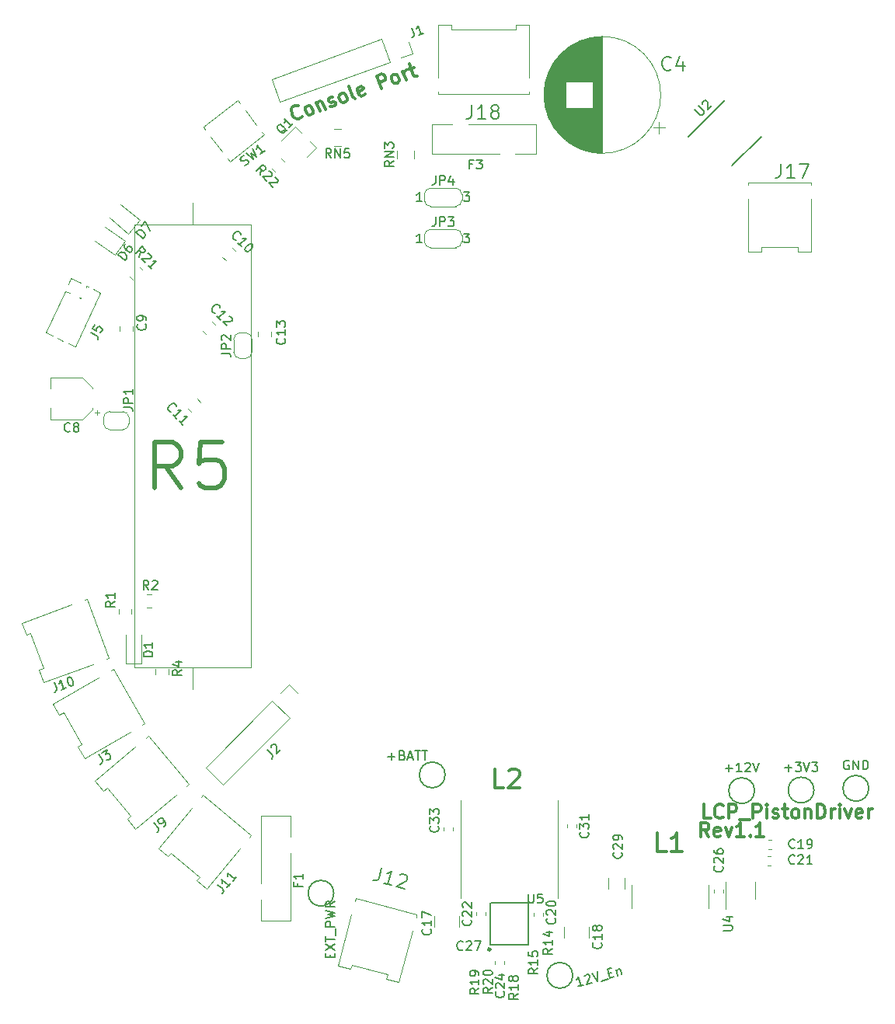
<source format=gbr>
G04 #@! TF.GenerationSoftware,KiCad,Pcbnew,(5.1.7)-1*
G04 #@! TF.CreationDate,2021-03-09T09:38:03-08:00*
G04 #@! TF.ProjectId,LCP_PowerControl,4c43505f-506f-4776-9572-436f6e74726f,rev?*
G04 #@! TF.SameCoordinates,Original*
G04 #@! TF.FileFunction,Legend,Top*
G04 #@! TF.FilePolarity,Positive*
%FSLAX46Y46*%
G04 Gerber Fmt 4.6, Leading zero omitted, Abs format (unit mm)*
G04 Created by KiCad (PCBNEW (5.1.7)-1) date 2021-03-09 09:38:03*
%MOMM*%
%LPD*%
G01*
G04 APERTURE LIST*
%ADD10C,0.300000*%
%ADD11C,0.120000*%
%ADD12C,0.150000*%
%ADD13C,0.203200*%
%ADD14C,0.500000*%
%ADD15C,0.152400*%
G04 APERTURE END LIST*
D10*
X145464285Y-134678571D02*
X144964285Y-133964285D01*
X144607142Y-134678571D02*
X144607142Y-133178571D01*
X145178571Y-133178571D01*
X145321428Y-133250000D01*
X145392857Y-133321428D01*
X145464285Y-133464285D01*
X145464285Y-133678571D01*
X145392857Y-133821428D01*
X145321428Y-133892857D01*
X145178571Y-133964285D01*
X144607142Y-133964285D01*
X146678571Y-134607142D02*
X146535714Y-134678571D01*
X146250000Y-134678571D01*
X146107142Y-134607142D01*
X146035714Y-134464285D01*
X146035714Y-133892857D01*
X146107142Y-133750000D01*
X146250000Y-133678571D01*
X146535714Y-133678571D01*
X146678571Y-133750000D01*
X146750000Y-133892857D01*
X146750000Y-134035714D01*
X146035714Y-134178571D01*
X147250000Y-133678571D02*
X147607142Y-134678571D01*
X147964285Y-133678571D01*
X149321428Y-134678571D02*
X148464285Y-134678571D01*
X148892857Y-134678571D02*
X148892857Y-133178571D01*
X148750000Y-133392857D01*
X148607142Y-133535714D01*
X148464285Y-133607142D01*
X149964285Y-134535714D02*
X150035714Y-134607142D01*
X149964285Y-134678571D01*
X149892857Y-134607142D01*
X149964285Y-134535714D01*
X149964285Y-134678571D01*
X151464285Y-134678571D02*
X150607142Y-134678571D01*
X151035714Y-134678571D02*
X151035714Y-133178571D01*
X150892857Y-133392857D01*
X150750000Y-133535714D01*
X150607142Y-133607142D01*
X145642857Y-132678571D02*
X144928571Y-132678571D01*
X144928571Y-131178571D01*
X147000000Y-132535714D02*
X146928571Y-132607142D01*
X146714285Y-132678571D01*
X146571428Y-132678571D01*
X146357142Y-132607142D01*
X146214285Y-132464285D01*
X146142857Y-132321428D01*
X146071428Y-132035714D01*
X146071428Y-131821428D01*
X146142857Y-131535714D01*
X146214285Y-131392857D01*
X146357142Y-131250000D01*
X146571428Y-131178571D01*
X146714285Y-131178571D01*
X146928571Y-131250000D01*
X147000000Y-131321428D01*
X147642857Y-132678571D02*
X147642857Y-131178571D01*
X148214285Y-131178571D01*
X148357142Y-131250000D01*
X148428571Y-131321428D01*
X148500000Y-131464285D01*
X148500000Y-131678571D01*
X148428571Y-131821428D01*
X148357142Y-131892857D01*
X148214285Y-131964285D01*
X147642857Y-131964285D01*
X148785714Y-132821428D02*
X149928571Y-132821428D01*
X150285714Y-132678571D02*
X150285714Y-131178571D01*
X150857142Y-131178571D01*
X151000000Y-131250000D01*
X151071428Y-131321428D01*
X151142857Y-131464285D01*
X151142857Y-131678571D01*
X151071428Y-131821428D01*
X151000000Y-131892857D01*
X150857142Y-131964285D01*
X150285714Y-131964285D01*
X151785714Y-132678571D02*
X151785714Y-131678571D01*
X151785714Y-131178571D02*
X151714285Y-131250000D01*
X151785714Y-131321428D01*
X151857142Y-131250000D01*
X151785714Y-131178571D01*
X151785714Y-131321428D01*
X152428571Y-132607142D02*
X152571428Y-132678571D01*
X152857142Y-132678571D01*
X153000000Y-132607142D01*
X153071428Y-132464285D01*
X153071428Y-132392857D01*
X153000000Y-132250000D01*
X152857142Y-132178571D01*
X152642857Y-132178571D01*
X152500000Y-132107142D01*
X152428571Y-131964285D01*
X152428571Y-131892857D01*
X152500000Y-131750000D01*
X152642857Y-131678571D01*
X152857142Y-131678571D01*
X153000000Y-131750000D01*
X153500000Y-131678571D02*
X154071428Y-131678571D01*
X153714285Y-131178571D02*
X153714285Y-132464285D01*
X153785714Y-132607142D01*
X153928571Y-132678571D01*
X154071428Y-132678571D01*
X154785714Y-132678571D02*
X154642857Y-132607142D01*
X154571428Y-132535714D01*
X154500000Y-132392857D01*
X154500000Y-131964285D01*
X154571428Y-131821428D01*
X154642857Y-131750000D01*
X154785714Y-131678571D01*
X155000000Y-131678571D01*
X155142857Y-131750000D01*
X155214285Y-131821428D01*
X155285714Y-131964285D01*
X155285714Y-132392857D01*
X155214285Y-132535714D01*
X155142857Y-132607142D01*
X155000000Y-132678571D01*
X154785714Y-132678571D01*
X155928571Y-131678571D02*
X155928571Y-132678571D01*
X155928571Y-131821428D02*
X156000000Y-131750000D01*
X156142857Y-131678571D01*
X156357142Y-131678571D01*
X156500000Y-131750000D01*
X156571428Y-131892857D01*
X156571428Y-132678571D01*
X157285714Y-132678571D02*
X157285714Y-131178571D01*
X157642857Y-131178571D01*
X157857142Y-131250000D01*
X158000000Y-131392857D01*
X158071428Y-131535714D01*
X158142857Y-131821428D01*
X158142857Y-132035714D01*
X158071428Y-132321428D01*
X158000000Y-132464285D01*
X157857142Y-132607142D01*
X157642857Y-132678571D01*
X157285714Y-132678571D01*
X158785714Y-132678571D02*
X158785714Y-131678571D01*
X158785714Y-131964285D02*
X158857142Y-131821428D01*
X158928571Y-131750000D01*
X159071428Y-131678571D01*
X159214285Y-131678571D01*
X159714285Y-132678571D02*
X159714285Y-131678571D01*
X159714285Y-131178571D02*
X159642857Y-131250000D01*
X159714285Y-131321428D01*
X159785714Y-131250000D01*
X159714285Y-131178571D01*
X159714285Y-131321428D01*
X160285714Y-131678571D02*
X160642857Y-132678571D01*
X161000000Y-131678571D01*
X162142857Y-132607142D02*
X162000000Y-132678571D01*
X161714285Y-132678571D01*
X161571428Y-132607142D01*
X161500000Y-132464285D01*
X161500000Y-131892857D01*
X161571428Y-131750000D01*
X161714285Y-131678571D01*
X162000000Y-131678571D01*
X162142857Y-131750000D01*
X162214285Y-131892857D01*
X162214285Y-132035714D01*
X161500000Y-132178571D01*
X162857142Y-132678571D02*
X162857142Y-131678571D01*
X162857142Y-131964285D02*
X162928571Y-131821428D01*
X163000000Y-131750000D01*
X163142857Y-131678571D01*
X163285714Y-131678571D01*
X101124387Y-56186172D02*
X101081697Y-56277723D01*
X100904764Y-56418134D01*
X100770522Y-56466994D01*
X100544729Y-56473163D01*
X100361628Y-56387781D01*
X100245647Y-56277970D01*
X100080806Y-56033916D01*
X100007516Y-55832553D01*
X99976917Y-55539640D01*
X99995177Y-55380968D01*
X100080559Y-55197866D01*
X100257492Y-55057455D01*
X100391734Y-55008595D01*
X100617526Y-55002426D01*
X100709077Y-55045117D01*
X101978698Y-56027254D02*
X101820027Y-56008993D01*
X101728476Y-55966302D01*
X101612495Y-55856490D01*
X101465915Y-55453765D01*
X101484176Y-55295093D01*
X101526866Y-55203542D01*
X101636678Y-55087561D01*
X101838041Y-55014271D01*
X101996713Y-55032532D01*
X102088264Y-55075223D01*
X102204245Y-55185035D01*
X102350825Y-55587760D01*
X102332564Y-55746432D01*
X102289873Y-55837983D01*
X102180061Y-55953964D01*
X101978698Y-56027254D01*
X102710613Y-54696681D02*
X103052633Y-55636374D01*
X102759473Y-54830923D02*
X102802164Y-54739372D01*
X102911975Y-54623391D01*
X103113338Y-54550101D01*
X103272010Y-54568362D01*
X103387991Y-54678174D01*
X103656721Y-55416504D01*
X104236379Y-55129513D02*
X104395051Y-55147773D01*
X104663534Y-55050053D01*
X104773346Y-54934072D01*
X104791607Y-54775401D01*
X104767177Y-54708280D01*
X104651196Y-54598468D01*
X104492524Y-54580207D01*
X104291162Y-54653497D01*
X104132490Y-54635236D01*
X104016509Y-54525424D01*
X103992079Y-54458304D01*
X104010340Y-54299632D01*
X104120152Y-54183651D01*
X104321514Y-54110361D01*
X104480186Y-54128622D01*
X105670348Y-54683603D02*
X105511676Y-54665342D01*
X105420125Y-54622651D01*
X105304144Y-54512840D01*
X105157564Y-54110114D01*
X105175825Y-53951442D01*
X105218516Y-53859892D01*
X105328328Y-53743911D01*
X105529690Y-53670621D01*
X105688362Y-53688881D01*
X105779913Y-53731572D01*
X105895894Y-53841384D01*
X106042474Y-54244110D01*
X106024213Y-54402781D01*
X105981522Y-54494332D01*
X105871711Y-54610313D01*
X105670348Y-54683603D01*
X106945645Y-54219433D02*
X106786973Y-54201172D01*
X106670992Y-54091360D01*
X106231252Y-52883184D01*
X107995149Y-53761432D02*
X107885338Y-53877413D01*
X107616854Y-53975133D01*
X107458182Y-53956872D01*
X107342201Y-53847060D01*
X107146761Y-53310093D01*
X107165022Y-53151421D01*
X107274834Y-53035440D01*
X107543318Y-52937720D01*
X107701989Y-52955981D01*
X107817970Y-53065793D01*
X107866830Y-53200035D01*
X107244481Y-53578577D01*
X109764723Y-53193373D02*
X109251693Y-51783834D01*
X109788660Y-51588394D01*
X109947332Y-51606654D01*
X110038883Y-51649345D01*
X110154864Y-51759157D01*
X110228154Y-51960520D01*
X110209893Y-52119192D01*
X110167202Y-52210743D01*
X110057390Y-52326724D01*
X109520423Y-52522164D01*
X111375625Y-52607052D02*
X111216953Y-52588792D01*
X111125402Y-52546101D01*
X111009421Y-52436289D01*
X110862841Y-52033563D01*
X110881102Y-51874892D01*
X110923793Y-51783341D01*
X111033604Y-51667360D01*
X111234967Y-51594070D01*
X111393639Y-51612331D01*
X111485190Y-51655022D01*
X111601171Y-51764833D01*
X111747751Y-52167559D01*
X111729490Y-52326231D01*
X111686799Y-52417781D01*
X111576987Y-52533762D01*
X111375625Y-52607052D01*
X112449559Y-52216172D02*
X112107539Y-51276480D01*
X112205259Y-51544963D02*
X112223520Y-51386291D01*
X112266211Y-51294740D01*
X112376022Y-51178760D01*
X112510264Y-51129900D01*
X112778748Y-51032179D02*
X113315715Y-50836739D01*
X112809100Y-50489043D02*
X113248841Y-51697219D01*
X113364822Y-51807031D01*
X113523493Y-51825292D01*
X113657735Y-51776432D01*
D11*
X104600000Y-57580000D02*
X105400000Y-57580000D01*
X104600000Y-59420000D02*
X105400000Y-59420000D01*
X113320000Y-59950000D02*
X113320000Y-60750000D01*
X111480000Y-59950000D02*
X111480000Y-60750000D01*
X98140835Y-62180282D02*
X97819718Y-61859165D01*
X99180282Y-61140835D02*
X98859165Y-60819718D01*
X102654630Y-59579828D02*
X101997021Y-58922218D01*
X100420172Y-57345370D02*
X101077782Y-58002979D01*
X100420172Y-57345370D02*
X98892822Y-58872721D01*
X102654630Y-59579828D02*
X101622254Y-60612203D01*
X114450000Y-64700000D02*
G75*
G02*
X115150000Y-64000000I700000J0D01*
G01*
X115150000Y-66000000D02*
G75*
G02*
X114450000Y-65300000I0J700000D01*
G01*
X118550000Y-65300000D02*
G75*
G02*
X117850000Y-66000000I-700000J0D01*
G01*
X117850000Y-64000000D02*
G75*
G02*
X118550000Y-64700000I0J-700000D01*
G01*
X114450000Y-65300000D02*
X114450000Y-64700000D01*
X117900000Y-66000000D02*
X115100000Y-66000000D01*
X118550000Y-64700000D02*
X118550000Y-65300000D01*
X115100000Y-64000000D02*
X117900000Y-64000000D01*
X114450000Y-69200000D02*
G75*
G02*
X115150000Y-68500000I700000J0D01*
G01*
X115150000Y-70500000D02*
G75*
G02*
X114450000Y-69800000I0J700000D01*
G01*
X118550000Y-69800000D02*
G75*
G02*
X117850000Y-70500000I-700000J0D01*
G01*
X117850000Y-68500000D02*
G75*
G02*
X118550000Y-69200000I0J-700000D01*
G01*
X114450000Y-69800000D02*
X114450000Y-69200000D01*
X117900000Y-70500000D02*
X115100000Y-70500000D01*
X118550000Y-69200000D02*
X118550000Y-69800000D01*
X115100000Y-68500000D02*
X117900000Y-68500000D01*
X90655291Y-127123005D02*
X92536195Y-129003909D01*
X97881922Y-119896374D02*
X90655291Y-127123005D01*
X99762826Y-121777278D02*
X92536195Y-129003909D01*
X97881922Y-119896374D02*
X99762826Y-121777278D01*
X98779948Y-118998348D02*
X99720400Y-118057896D01*
X99720400Y-118057896D02*
X100660852Y-118998348D01*
X115995800Y-53468000D02*
X115995800Y-53778000D01*
X115995800Y-53778000D02*
X125865800Y-53778000D01*
X125865800Y-53778000D02*
X125865800Y-53468000D01*
X115995800Y-51948000D02*
X115995800Y-46188000D01*
X115995800Y-46188000D02*
X117415800Y-46188000D01*
X117415800Y-46188000D02*
X117415800Y-46688000D01*
X117415800Y-46688000D02*
X124445800Y-46688000D01*
X124445800Y-46688000D02*
X124445800Y-46188000D01*
X124445800Y-46188000D02*
X125865800Y-46188000D01*
X125865800Y-46188000D02*
X125865800Y-51948000D01*
X73194417Y-79760611D02*
X73939828Y-80108202D01*
X75648272Y-80904862D02*
X76393683Y-81252453D01*
X74497261Y-80368137D02*
X75090839Y-80644927D01*
X75313847Y-75215477D02*
X73194417Y-79760611D01*
X79128023Y-75388642D02*
X76393683Y-81252453D01*
X75313847Y-75215477D02*
X75827297Y-75454903D01*
X76848653Y-75931169D02*
X76978308Y-75991628D01*
X77049367Y-75965765D02*
X77109826Y-75836110D01*
X77586092Y-74814754D02*
X77641679Y-74695548D01*
X77641679Y-74695548D02*
X77825179Y-74781115D01*
X78382612Y-75041051D02*
X79128023Y-75388642D01*
X75635037Y-74526683D02*
X75956227Y-73837889D01*
X75956227Y-73837889D02*
X76980355Y-74315448D01*
X89716241Y-86962294D02*
X90085708Y-87331761D01*
X88676794Y-88001741D02*
X89046261Y-88371208D01*
X92819510Y-71887957D02*
X92450043Y-71518490D01*
X93858957Y-70848510D02*
X93489490Y-70479043D01*
X90352188Y-57322117D02*
X94112683Y-54436588D01*
X90352188Y-57322117D02*
X90595693Y-57639459D01*
X94112683Y-54436588D02*
X94356187Y-54753929D01*
X93237717Y-61082612D02*
X92994213Y-60765271D01*
X93237717Y-61082612D02*
X96998212Y-58197083D01*
X96998212Y-58197083D02*
X96754707Y-57879741D01*
X96182472Y-57133989D02*
X94928423Y-55499681D01*
X92421977Y-60019519D02*
X91167928Y-58385211D01*
X95587500Y-68018500D02*
X82847500Y-68018500D01*
X82847500Y-68018500D02*
X82847500Y-116258500D01*
X82847500Y-116258500D02*
X95587500Y-116258500D01*
X95587500Y-116258500D02*
X95587500Y-68018500D01*
X89217500Y-65638500D02*
X89217500Y-68018500D01*
X89217500Y-118638500D02*
X89217500Y-116258500D01*
X73746708Y-84668708D02*
X73746708Y-85868708D01*
X73746708Y-89188708D02*
X73746708Y-87988708D01*
X77202271Y-89188708D02*
X73746708Y-89188708D01*
X77202271Y-84668708D02*
X73746708Y-84668708D01*
X78266708Y-85733145D02*
X78266708Y-85868708D01*
X78266708Y-88124271D02*
X78266708Y-87988708D01*
X78266708Y-88124271D02*
X77202271Y-89188708D01*
X78266708Y-85733145D02*
X77202271Y-84668708D01*
X79006708Y-88488708D02*
X78506708Y-88488708D01*
X78756708Y-88738708D02*
X78756708Y-88238708D01*
X82698835Y-73959282D02*
X82377718Y-73638165D01*
X83738282Y-72919835D02*
X83417165Y-72598718D01*
X140217200Y-53848000D02*
G75*
G03*
X140217200Y-53848000I-6370000J0D01*
G01*
X133847200Y-60178000D02*
X133847200Y-47518000D01*
X133807200Y-60178000D02*
X133807200Y-47518000D01*
X133767200Y-60178000D02*
X133767200Y-47518000D01*
X133727200Y-60177000D02*
X133727200Y-47519000D01*
X133687200Y-60176000D02*
X133687200Y-47520000D01*
X133647200Y-60175000D02*
X133647200Y-47521000D01*
X133607200Y-60174000D02*
X133607200Y-47522000D01*
X133567200Y-60172000D02*
X133567200Y-47524000D01*
X133527200Y-60170000D02*
X133527200Y-47526000D01*
X133487200Y-60168000D02*
X133487200Y-47528000D01*
X133447200Y-60166000D02*
X133447200Y-47530000D01*
X133407200Y-60163000D02*
X133407200Y-47533000D01*
X133367200Y-60160000D02*
X133367200Y-47536000D01*
X133327200Y-60157000D02*
X133327200Y-47539000D01*
X133287200Y-60154000D02*
X133287200Y-47542000D01*
X133247200Y-60150000D02*
X133247200Y-47546000D01*
X133207200Y-60146000D02*
X133207200Y-47550000D01*
X133167200Y-60142000D02*
X133167200Y-47554000D01*
X133126200Y-60138000D02*
X133126200Y-47558000D01*
X133086200Y-60133000D02*
X133086200Y-47563000D01*
X133046200Y-60128000D02*
X133046200Y-47568000D01*
X133006200Y-60123000D02*
X133006200Y-47573000D01*
X132966200Y-60117000D02*
X132966200Y-47579000D01*
X132926200Y-60112000D02*
X132926200Y-47584000D01*
X132886200Y-60106000D02*
X132886200Y-47590000D01*
X132846200Y-60100000D02*
X132846200Y-47596000D01*
X132806200Y-60093000D02*
X132806200Y-47603000D01*
X132766200Y-60086000D02*
X132766200Y-55288000D01*
X132766200Y-52408000D02*
X132766200Y-47610000D01*
X132726200Y-60079000D02*
X132726200Y-55288000D01*
X132726200Y-52408000D02*
X132726200Y-47617000D01*
X132686200Y-60072000D02*
X132686200Y-55288000D01*
X132686200Y-52408000D02*
X132686200Y-47624000D01*
X132646200Y-60064000D02*
X132646200Y-55288000D01*
X132646200Y-52408000D02*
X132646200Y-47632000D01*
X132606200Y-60057000D02*
X132606200Y-55288000D01*
X132606200Y-52408000D02*
X132606200Y-47639000D01*
X132566200Y-60049000D02*
X132566200Y-55288000D01*
X132566200Y-52408000D02*
X132566200Y-47647000D01*
X132526200Y-60040000D02*
X132526200Y-55288000D01*
X132526200Y-52408000D02*
X132526200Y-47656000D01*
X132486200Y-60032000D02*
X132486200Y-55288000D01*
X132486200Y-52408000D02*
X132486200Y-47664000D01*
X132446200Y-60023000D02*
X132446200Y-55288000D01*
X132446200Y-52408000D02*
X132446200Y-47673000D01*
X132406200Y-60014000D02*
X132406200Y-55288000D01*
X132406200Y-52408000D02*
X132406200Y-47682000D01*
X132366200Y-60004000D02*
X132366200Y-55288000D01*
X132366200Y-52408000D02*
X132366200Y-47692000D01*
X132326200Y-59994000D02*
X132326200Y-55288000D01*
X132326200Y-52408000D02*
X132326200Y-47702000D01*
X132286200Y-59985000D02*
X132286200Y-55288000D01*
X132286200Y-52408000D02*
X132286200Y-47711000D01*
X132246200Y-59974000D02*
X132246200Y-55288000D01*
X132246200Y-52408000D02*
X132246200Y-47722000D01*
X132206200Y-59964000D02*
X132206200Y-55288000D01*
X132206200Y-52408000D02*
X132206200Y-47732000D01*
X132166200Y-59953000D02*
X132166200Y-55288000D01*
X132166200Y-52408000D02*
X132166200Y-47743000D01*
X132126200Y-59942000D02*
X132126200Y-55288000D01*
X132126200Y-52408000D02*
X132126200Y-47754000D01*
X132086200Y-59931000D02*
X132086200Y-55288000D01*
X132086200Y-52408000D02*
X132086200Y-47765000D01*
X132046200Y-59919000D02*
X132046200Y-55288000D01*
X132046200Y-52408000D02*
X132046200Y-47777000D01*
X132006200Y-59907000D02*
X132006200Y-55288000D01*
X132006200Y-52408000D02*
X132006200Y-47789000D01*
X131966200Y-59895000D02*
X131966200Y-55288000D01*
X131966200Y-52408000D02*
X131966200Y-47801000D01*
X131926200Y-59882000D02*
X131926200Y-55288000D01*
X131926200Y-52408000D02*
X131926200Y-47814000D01*
X131886200Y-59869000D02*
X131886200Y-55288000D01*
X131886200Y-52408000D02*
X131886200Y-47827000D01*
X131846200Y-59856000D02*
X131846200Y-55288000D01*
X131846200Y-52408000D02*
X131846200Y-47840000D01*
X131806200Y-59843000D02*
X131806200Y-55288000D01*
X131806200Y-52408000D02*
X131806200Y-47853000D01*
X131766200Y-59829000D02*
X131766200Y-55288000D01*
X131766200Y-52408000D02*
X131766200Y-47867000D01*
X131726200Y-59815000D02*
X131726200Y-55288000D01*
X131726200Y-52408000D02*
X131726200Y-47881000D01*
X131686200Y-59801000D02*
X131686200Y-55288000D01*
X131686200Y-52408000D02*
X131686200Y-47895000D01*
X131646200Y-59787000D02*
X131646200Y-55288000D01*
X131646200Y-52408000D02*
X131646200Y-47909000D01*
X131606200Y-59772000D02*
X131606200Y-55288000D01*
X131606200Y-52408000D02*
X131606200Y-47924000D01*
X131566200Y-59756000D02*
X131566200Y-55288000D01*
X131566200Y-52408000D02*
X131566200Y-47940000D01*
X131526200Y-59741000D02*
X131526200Y-55288000D01*
X131526200Y-52408000D02*
X131526200Y-47955000D01*
X131486200Y-59725000D02*
X131486200Y-55288000D01*
X131486200Y-52408000D02*
X131486200Y-47971000D01*
X131446200Y-59709000D02*
X131446200Y-55288000D01*
X131446200Y-52408000D02*
X131446200Y-47987000D01*
X131406200Y-59693000D02*
X131406200Y-55288000D01*
X131406200Y-52408000D02*
X131406200Y-48003000D01*
X131366200Y-59676000D02*
X131366200Y-55288000D01*
X131366200Y-52408000D02*
X131366200Y-48020000D01*
X131326200Y-59659000D02*
X131326200Y-55288000D01*
X131326200Y-52408000D02*
X131326200Y-48037000D01*
X131286200Y-59641000D02*
X131286200Y-55288000D01*
X131286200Y-52408000D02*
X131286200Y-48055000D01*
X131246200Y-59624000D02*
X131246200Y-55288000D01*
X131246200Y-52408000D02*
X131246200Y-48072000D01*
X131206200Y-59606000D02*
X131206200Y-55288000D01*
X131206200Y-52408000D02*
X131206200Y-48090000D01*
X131166200Y-59587000D02*
X131166200Y-55288000D01*
X131166200Y-52408000D02*
X131166200Y-48109000D01*
X131126200Y-59569000D02*
X131126200Y-55288000D01*
X131126200Y-52408000D02*
X131126200Y-48127000D01*
X131086200Y-59550000D02*
X131086200Y-55288000D01*
X131086200Y-52408000D02*
X131086200Y-48146000D01*
X131046200Y-59530000D02*
X131046200Y-55288000D01*
X131046200Y-52408000D02*
X131046200Y-48166000D01*
X131006200Y-59510000D02*
X131006200Y-55288000D01*
X131006200Y-52408000D02*
X131006200Y-48186000D01*
X130966200Y-59490000D02*
X130966200Y-55288000D01*
X130966200Y-52408000D02*
X130966200Y-48206000D01*
X130926200Y-59470000D02*
X130926200Y-55288000D01*
X130926200Y-52408000D02*
X130926200Y-48226000D01*
X130886200Y-59449000D02*
X130886200Y-55288000D01*
X130886200Y-52408000D02*
X130886200Y-48247000D01*
X130846200Y-59428000D02*
X130846200Y-55288000D01*
X130846200Y-52408000D02*
X130846200Y-48268000D01*
X130806200Y-59406000D02*
X130806200Y-55288000D01*
X130806200Y-52408000D02*
X130806200Y-48290000D01*
X130766200Y-59384000D02*
X130766200Y-55288000D01*
X130766200Y-52408000D02*
X130766200Y-48312000D01*
X130726200Y-59362000D02*
X130726200Y-55288000D01*
X130726200Y-52408000D02*
X130726200Y-48334000D01*
X130686200Y-59339000D02*
X130686200Y-55288000D01*
X130686200Y-52408000D02*
X130686200Y-48357000D01*
X130646200Y-59316000D02*
X130646200Y-55288000D01*
X130646200Y-52408000D02*
X130646200Y-48380000D01*
X130606200Y-59293000D02*
X130606200Y-55288000D01*
X130606200Y-52408000D02*
X130606200Y-48403000D01*
X130566200Y-59269000D02*
X130566200Y-55288000D01*
X130566200Y-52408000D02*
X130566200Y-48427000D01*
X130526200Y-59245000D02*
X130526200Y-55288000D01*
X130526200Y-52408000D02*
X130526200Y-48451000D01*
X130486200Y-59220000D02*
X130486200Y-55288000D01*
X130486200Y-52408000D02*
X130486200Y-48476000D01*
X130446200Y-59195000D02*
X130446200Y-55288000D01*
X130446200Y-52408000D02*
X130446200Y-48501000D01*
X130406200Y-59170000D02*
X130406200Y-55288000D01*
X130406200Y-52408000D02*
X130406200Y-48526000D01*
X130366200Y-59144000D02*
X130366200Y-55288000D01*
X130366200Y-52408000D02*
X130366200Y-48552000D01*
X130326200Y-59118000D02*
X130326200Y-55288000D01*
X130326200Y-52408000D02*
X130326200Y-48578000D01*
X130286200Y-59091000D02*
X130286200Y-55288000D01*
X130286200Y-52408000D02*
X130286200Y-48605000D01*
X130246200Y-59064000D02*
X130246200Y-55288000D01*
X130246200Y-52408000D02*
X130246200Y-48632000D01*
X130206200Y-59036000D02*
X130206200Y-55288000D01*
X130206200Y-52408000D02*
X130206200Y-48660000D01*
X130166200Y-59008000D02*
X130166200Y-55288000D01*
X130166200Y-52408000D02*
X130166200Y-48688000D01*
X130126200Y-58979000D02*
X130126200Y-55288000D01*
X130126200Y-52408000D02*
X130126200Y-48717000D01*
X130086200Y-58950000D02*
X130086200Y-55288000D01*
X130086200Y-52408000D02*
X130086200Y-48746000D01*
X130046200Y-58921000D02*
X130046200Y-55288000D01*
X130046200Y-52408000D02*
X130046200Y-48775000D01*
X130006200Y-58891000D02*
X130006200Y-55288000D01*
X130006200Y-52408000D02*
X130006200Y-48805000D01*
X129966200Y-58860000D02*
X129966200Y-55288000D01*
X129966200Y-52408000D02*
X129966200Y-48836000D01*
X129926200Y-58830000D02*
X129926200Y-55288000D01*
X129926200Y-52408000D02*
X129926200Y-48866000D01*
X129886200Y-58798000D02*
X129886200Y-48898000D01*
X129846200Y-58766000D02*
X129846200Y-48930000D01*
X129806200Y-58733000D02*
X129806200Y-48963000D01*
X129766200Y-58700000D02*
X129766200Y-48996000D01*
X129726200Y-58667000D02*
X129726200Y-49029000D01*
X129686200Y-58633000D02*
X129686200Y-49063000D01*
X129646200Y-58598000D02*
X129646200Y-49098000D01*
X129606200Y-58562000D02*
X129606200Y-49134000D01*
X129566200Y-58526000D02*
X129566200Y-49170000D01*
X129526200Y-58490000D02*
X129526200Y-49206000D01*
X129486200Y-58453000D02*
X129486200Y-49243000D01*
X129446200Y-58415000D02*
X129446200Y-49281000D01*
X129406200Y-58376000D02*
X129406200Y-49320000D01*
X129366200Y-58337000D02*
X129366200Y-49359000D01*
X129326200Y-58297000D02*
X129326200Y-49399000D01*
X129286200Y-58256000D02*
X129286200Y-49440000D01*
X129246200Y-58215000D02*
X129246200Y-49481000D01*
X129206200Y-58173000D02*
X129206200Y-49523000D01*
X129166200Y-58130000D02*
X129166200Y-49566000D01*
X129126200Y-58086000D02*
X129126200Y-49610000D01*
X129086200Y-58042000D02*
X129086200Y-49654000D01*
X129046200Y-57996000D02*
X129046200Y-49700000D01*
X129006200Y-57950000D02*
X129006200Y-49746000D01*
X128966200Y-57903000D02*
X128966200Y-49793000D01*
X128926200Y-57855000D02*
X128926200Y-49841000D01*
X128886200Y-57805000D02*
X128886200Y-49891000D01*
X128846200Y-57755000D02*
X128846200Y-49941000D01*
X128806200Y-57704000D02*
X128806200Y-49992000D01*
X128766200Y-57652000D02*
X128766200Y-50044000D01*
X128726200Y-57598000D02*
X128726200Y-50098000D01*
X128686200Y-57544000D02*
X128686200Y-50152000D01*
X128646200Y-57488000D02*
X128646200Y-50208000D01*
X128606200Y-57431000D02*
X128606200Y-50265000D01*
X128566200Y-57372000D02*
X128566200Y-50324000D01*
X128526200Y-57312000D02*
X128526200Y-50384000D01*
X128486200Y-57250000D02*
X128486200Y-50446000D01*
X128446200Y-57187000D02*
X128446200Y-50509000D01*
X128406200Y-57123000D02*
X128406200Y-50573000D01*
X128366200Y-57056000D02*
X128366200Y-50640000D01*
X128326200Y-56988000D02*
X128326200Y-50708000D01*
X128286200Y-56917000D02*
X128286200Y-50779000D01*
X128246200Y-56844000D02*
X128246200Y-50852000D01*
X128206200Y-56769000D02*
X128206200Y-50927000D01*
X128166200Y-56692000D02*
X128166200Y-51004000D01*
X128126200Y-56612000D02*
X128126200Y-51084000D01*
X128086200Y-56529000D02*
X128086200Y-51167000D01*
X128046200Y-56442000D02*
X128046200Y-51254000D01*
X128006200Y-56352000D02*
X128006200Y-51344000D01*
X127966200Y-56258000D02*
X127966200Y-51438000D01*
X127926200Y-56160000D02*
X127926200Y-51536000D01*
X127886200Y-56057000D02*
X127886200Y-51639000D01*
X127846200Y-55948000D02*
X127846200Y-51748000D01*
X127806200Y-55832000D02*
X127806200Y-51864000D01*
X127766200Y-55709000D02*
X127766200Y-51987000D01*
X127726200Y-55576000D02*
X127726200Y-52120000D01*
X127686200Y-55431000D02*
X127686200Y-52265000D01*
X127646200Y-55270000D02*
X127646200Y-52426000D01*
X127606200Y-55089000D02*
X127606200Y-52607000D01*
X127566200Y-54876000D02*
X127566200Y-52820000D01*
X127526200Y-54605000D02*
X127526200Y-53091000D01*
X127486200Y-54165000D02*
X127486200Y-53531000D01*
X140664282Y-57423000D02*
X139414282Y-57423000D01*
X140039282Y-58048000D02*
X140039282Y-56798000D01*
X109806904Y-47749374D02*
X110716677Y-50248957D01*
X109806904Y-47749374D02*
X97816426Y-52113551D01*
X97816426Y-52113551D02*
X98726199Y-54613134D01*
X110716677Y-50248957D02*
X98726199Y-54613134D01*
X113159878Y-49359704D02*
X111910087Y-49814591D01*
X112704991Y-48109913D02*
X113159878Y-49359704D01*
X156597000Y-63689500D02*
X156597000Y-63379500D01*
X156597000Y-63379500D02*
X149727000Y-63379500D01*
X149727000Y-63379500D02*
X149727000Y-63689500D01*
X156597000Y-65209500D02*
X156597000Y-70969500D01*
X156597000Y-70969500D02*
X155177000Y-70969500D01*
X155177000Y-70969500D02*
X155177000Y-70469500D01*
X155177000Y-70469500D02*
X151147000Y-70469500D01*
X151147000Y-70469500D02*
X151147000Y-70969500D01*
X151147000Y-70969500D02*
X149727000Y-70969500D01*
X149727000Y-70969500D02*
X149727000Y-65209500D01*
X90648383Y-79904975D02*
X90282699Y-79539291D01*
X91652475Y-78900883D02*
X91286791Y-78535199D01*
X147068000Y-140451721D02*
X147068000Y-140777279D01*
X146048000Y-140451721D02*
X146048000Y-140777279D01*
X118423400Y-141342400D02*
X118423400Y-130742400D01*
X129023400Y-130742400D02*
X129023400Y-141342400D01*
D12*
X121623400Y-146470400D02*
X125823400Y-146470400D01*
X125823400Y-146470400D02*
X125823400Y-141870400D01*
X125823400Y-141870400D02*
X121723400Y-141870400D01*
D11*
X121723400Y-141870400D02*
X121623400Y-141870400D01*
D12*
X121623400Y-141870400D02*
X121623400Y-146470400D01*
D10*
X121623400Y-146970400D02*
G75*
G03*
X121623400Y-146970400I-100000J0D01*
G01*
D11*
X150520000Y-141442000D02*
X150520000Y-139642000D01*
X147300000Y-139642000D02*
X147300000Y-142592000D01*
D12*
X147973376Y-61556856D02*
X151155356Y-58374876D01*
X143253438Y-58427909D02*
X147230914Y-54450433D01*
X104587500Y-140843000D02*
G75*
G03*
X104587500Y-140843000I-1400000J0D01*
G01*
X130622500Y-149796500D02*
G75*
G03*
X130622500Y-149796500I-1400000J0D01*
G01*
X156911500Y-129603500D02*
G75*
G03*
X156911500Y-129603500I-1400000J0D01*
G01*
X150434500Y-129667000D02*
G75*
G03*
X150434500Y-129667000I-1400000J0D01*
G01*
X162880500Y-129413000D02*
G75*
G03*
X162880500Y-129413000I-1400000J0D01*
G01*
X116716000Y-127952500D02*
G75*
G03*
X116716000Y-127952500I-1400000J0D01*
G01*
D11*
X85142000Y-116956578D02*
X85142000Y-116439422D01*
X86562000Y-116956578D02*
X86562000Y-116439422D01*
X84196422Y-108256000D02*
X84713578Y-108256000D01*
X84196422Y-109676000D02*
X84713578Y-109676000D01*
X81141500Y-110416078D02*
X81141500Y-109898922D01*
X82561500Y-110416078D02*
X82561500Y-109898922D01*
X145418000Y-142474000D02*
X145418000Y-139974000D01*
X137018000Y-139974000D02*
X137018000Y-142474000D01*
X94978500Y-82568000D02*
X94378500Y-82568000D01*
X95678500Y-80468000D02*
X95678500Y-81868000D01*
X94378500Y-79768000D02*
X94978500Y-79768000D01*
X93678500Y-81868000D02*
X93678500Y-80468000D01*
X94378500Y-82568000D02*
G75*
G02*
X93678500Y-81868000I0J700000D01*
G01*
X95678500Y-81868000D02*
G75*
G02*
X94978500Y-82568000I-700000J0D01*
G01*
X94978500Y-79768000D02*
G75*
G02*
X95678500Y-80468000I0J-700000D01*
G01*
X93678500Y-80468000D02*
G75*
G02*
X94378500Y-79768000I700000J0D01*
G01*
X79484000Y-89644500D02*
X79484000Y-89044500D01*
X81584000Y-90344500D02*
X80184000Y-90344500D01*
X82284000Y-89044500D02*
X82284000Y-89644500D01*
X80184000Y-88344500D02*
X81584000Y-88344500D01*
X79484000Y-89044500D02*
G75*
G02*
X80184000Y-88344500I700000J0D01*
G01*
X80184000Y-90344500D02*
G75*
G02*
X79484000Y-89644500I0J700000D01*
G01*
X82284000Y-89644500D02*
G75*
G02*
X81584000Y-90344500I-700000J0D01*
G01*
X81584000Y-88344500D02*
G75*
G02*
X82284000Y-89044500I0J-700000D01*
G01*
X113551205Y-143491392D02*
X113631439Y-143191955D01*
X113631439Y-143191955D02*
X106995528Y-141413868D01*
X106995528Y-141413868D02*
X106915294Y-141713305D01*
X113157800Y-144959599D02*
X111667002Y-150523332D01*
X111667002Y-150523332D02*
X110295387Y-150155809D01*
X110295387Y-150155809D02*
X110424797Y-149672846D01*
X110424797Y-149672846D02*
X106532116Y-148629805D01*
X106532116Y-148629805D02*
X106402706Y-149112768D01*
X106402706Y-149112768D02*
X105031092Y-148745245D01*
X105031092Y-148745245D02*
X106521889Y-143181512D01*
X95390664Y-134776967D02*
X95589929Y-134539493D01*
X95589929Y-134539493D02*
X90327203Y-130123542D01*
X90327203Y-130123542D02*
X90127939Y-130361016D01*
X94413627Y-135941354D02*
X90711171Y-140353770D01*
X90711171Y-140353770D02*
X89623388Y-139441012D01*
X89623388Y-139441012D02*
X89944781Y-139057989D01*
X89944781Y-139057989D02*
X86857622Y-136467555D01*
X86857622Y-136467555D02*
X86536228Y-136850578D01*
X86536228Y-136850578D02*
X85448445Y-135937819D01*
X85448445Y-135937819D02*
X89150902Y-131525403D01*
X79784795Y-115336149D02*
X80076099Y-115230123D01*
X80076099Y-115230123D02*
X77726421Y-108774435D01*
X77726421Y-108774435D02*
X77435116Y-108880461D01*
X78356462Y-115856020D02*
X72943832Y-117826056D01*
X72943832Y-117826056D02*
X72458164Y-116491693D01*
X72458164Y-116491693D02*
X72928010Y-116320683D01*
X72928010Y-116320683D02*
X71549669Y-112533721D01*
X71549669Y-112533721D02*
X71079822Y-112704731D01*
X71079822Y-112704731D02*
X70594154Y-111370368D01*
X70594154Y-111370368D02*
X76006783Y-109400332D01*
X88561584Y-129175661D02*
X88799058Y-128976397D01*
X88799058Y-128976397D02*
X84383107Y-123713671D01*
X84383107Y-123713671D02*
X84145633Y-123912936D01*
X87397197Y-130152698D02*
X82984781Y-133855155D01*
X82984781Y-133855155D02*
X82072022Y-132767372D01*
X82072022Y-132767372D02*
X82455045Y-132445978D01*
X82455045Y-132445978D02*
X79864611Y-129358819D01*
X79864611Y-129358819D02*
X79481588Y-129680212D01*
X79481588Y-129680212D02*
X78568830Y-128592429D01*
X78568830Y-128592429D02*
X82981246Y-124889973D01*
X83715019Y-122493997D02*
X83983487Y-122338997D01*
X83983487Y-122338997D02*
X80548487Y-116389403D01*
X80548487Y-116389403D02*
X80280019Y-116544403D01*
X82398661Y-123253997D02*
X77410354Y-126133997D01*
X77410354Y-126133997D02*
X76700354Y-124904241D01*
X76700354Y-124904241D02*
X77133367Y-124654241D01*
X77133367Y-124654241D02*
X75118367Y-121164159D01*
X75118367Y-121164159D02*
X74685354Y-121414159D01*
X74685354Y-121414159D02*
X73975354Y-120184403D01*
X73975354Y-120184403D02*
X78963661Y-117304403D01*
X115244800Y-57032800D02*
X117515800Y-57032800D01*
X119273800Y-57032800D02*
X126644800Y-57032800D01*
X115244800Y-60232800D02*
X122616800Y-60232800D01*
X124373800Y-60232800D02*
X126644800Y-60232800D01*
X115244800Y-57032800D02*
X115244800Y-60232800D01*
X126644800Y-57032800D02*
X126644800Y-60232800D01*
X96663000Y-143802500D02*
X96663000Y-141531500D01*
X96663000Y-139773500D02*
X96663000Y-132402500D01*
X99863000Y-143802500D02*
X99863000Y-136430500D01*
X99863000Y-134673500D02*
X99863000Y-132402500D01*
X96663000Y-143802500D02*
X99863000Y-143802500D01*
X96663000Y-132402500D02*
X99863000Y-132402500D01*
X80131212Y-67244502D02*
X82188042Y-68970387D01*
X82188042Y-68970387D02*
X83422194Y-67499581D01*
X83422194Y-67499581D02*
X81365365Y-65773697D01*
X78519170Y-69775038D02*
X80718593Y-71315090D01*
X80718593Y-71315090D02*
X81819860Y-69742318D01*
X81819860Y-69742318D02*
X79620436Y-68202266D01*
X81954000Y-115839000D02*
X83654000Y-115839000D01*
X83654000Y-115839000D02*
X83654000Y-112689000D01*
X81954000Y-115839000D02*
X81954000Y-112689000D01*
X117553200Y-133695221D02*
X117553200Y-134020779D01*
X116533200Y-133695221D02*
X116533200Y-134020779D01*
X131002500Y-133377721D02*
X131002500Y-133703279D01*
X129982500Y-133377721D02*
X129982500Y-133703279D01*
X134472000Y-140368564D02*
X134472000Y-139164436D01*
X136292000Y-140368564D02*
X136292000Y-139164436D01*
X123192000Y-148236721D02*
X123192000Y-148562279D01*
X122172000Y-148236721D02*
X122172000Y-148562279D01*
X120076500Y-143253779D02*
X120076500Y-142928221D01*
X121096500Y-143253779D02*
X121096500Y-142928221D01*
X151881721Y-136777000D02*
X152207279Y-136777000D01*
X151881721Y-137797000D02*
X152207279Y-137797000D01*
X126388400Y-143291679D02*
X126388400Y-142966121D01*
X127408400Y-143291679D02*
X127408400Y-142966121D01*
X151919721Y-135062500D02*
X152245279Y-135062500D01*
X151919721Y-136082500D02*
X152245279Y-136082500D01*
X132360500Y-144505136D02*
X132360500Y-145709264D01*
X129640500Y-144505136D02*
X129640500Y-145709264D01*
X118225400Y-143314336D02*
X118225400Y-144518464D01*
X115505400Y-143314336D02*
X115505400Y-144518464D01*
X96318000Y-80141578D02*
X96318000Y-79624422D01*
X97738000Y-80141578D02*
X97738000Y-79624422D01*
X82688500Y-79052922D02*
X82688500Y-79570078D01*
X81268500Y-79052922D02*
X81268500Y-79570078D01*
D12*
X104309523Y-60702380D02*
X103976190Y-60226190D01*
X103738095Y-60702380D02*
X103738095Y-59702380D01*
X104119047Y-59702380D01*
X104214285Y-59750000D01*
X104261904Y-59797619D01*
X104309523Y-59892857D01*
X104309523Y-60035714D01*
X104261904Y-60130952D01*
X104214285Y-60178571D01*
X104119047Y-60226190D01*
X103738095Y-60226190D01*
X104738095Y-60702380D02*
X104738095Y-59702380D01*
X105309523Y-60702380D01*
X105309523Y-59702380D01*
X106261904Y-59702380D02*
X105785714Y-59702380D01*
X105738095Y-60178571D01*
X105785714Y-60130952D01*
X105880952Y-60083333D01*
X106119047Y-60083333D01*
X106214285Y-60130952D01*
X106261904Y-60178571D01*
X106309523Y-60273809D01*
X106309523Y-60511904D01*
X106261904Y-60607142D01*
X106214285Y-60654761D01*
X106119047Y-60702380D01*
X105880952Y-60702380D01*
X105785714Y-60654761D01*
X105738095Y-60607142D01*
X111102380Y-61040476D02*
X110626190Y-61373809D01*
X111102380Y-61611904D02*
X110102380Y-61611904D01*
X110102380Y-61230952D01*
X110150000Y-61135714D01*
X110197619Y-61088095D01*
X110292857Y-61040476D01*
X110435714Y-61040476D01*
X110530952Y-61088095D01*
X110578571Y-61135714D01*
X110626190Y-61230952D01*
X110626190Y-61611904D01*
X111102380Y-60611904D02*
X110102380Y-60611904D01*
X111102380Y-60040476D01*
X110102380Y-60040476D01*
X110102380Y-59659523D02*
X110102380Y-59040476D01*
X110483333Y-59373809D01*
X110483333Y-59230952D01*
X110530952Y-59135714D01*
X110578571Y-59088095D01*
X110673809Y-59040476D01*
X110911904Y-59040476D01*
X111007142Y-59088095D01*
X111054761Y-59135714D01*
X111102380Y-59230952D01*
X111102380Y-59516666D01*
X111054761Y-59611904D01*
X111007142Y-59659523D01*
X96558823Y-62532038D02*
X96659838Y-61959619D01*
X96154762Y-62127977D02*
X96861869Y-61420871D01*
X97131243Y-61690245D01*
X97164915Y-61791260D01*
X97164915Y-61858603D01*
X97131243Y-61959619D01*
X97030228Y-62060634D01*
X96929212Y-62094306D01*
X96861869Y-62094306D01*
X96760854Y-62060634D01*
X96491480Y-61791260D01*
X97467961Y-62161649D02*
X97535304Y-62161649D01*
X97636319Y-62195321D01*
X97804678Y-62363680D01*
X97838350Y-62464695D01*
X97838350Y-62532038D01*
X97804678Y-62633054D01*
X97737335Y-62700397D01*
X97602648Y-62767741D01*
X96794525Y-62767741D01*
X97232258Y-63205474D01*
X98141396Y-62835084D02*
X98208739Y-62835084D01*
X98309754Y-62868756D01*
X98478113Y-63037115D01*
X98511785Y-63138130D01*
X98511785Y-63205474D01*
X98478113Y-63306489D01*
X98410770Y-63373832D01*
X98276083Y-63441176D01*
X97467961Y-63441176D01*
X97905693Y-63878909D01*
X99552114Y-57686801D02*
X99451099Y-57720473D01*
X99316412Y-57720473D01*
X99114381Y-57720473D01*
X99013366Y-57754145D01*
X98946023Y-57821488D01*
X99148053Y-57956175D02*
X99047038Y-57989847D01*
X98912351Y-57989847D01*
X98743992Y-57888832D01*
X98508290Y-57653129D01*
X98407275Y-57484771D01*
X98407275Y-57350084D01*
X98440946Y-57249068D01*
X98575633Y-57114381D01*
X98676649Y-57080710D01*
X98811336Y-57080710D01*
X98979694Y-57181725D01*
X99215397Y-57417427D01*
X99316412Y-57585786D01*
X99316412Y-57720473D01*
X99282740Y-57821488D01*
X99148053Y-57956175D01*
X100124534Y-56979694D02*
X99720473Y-57383755D01*
X99922503Y-57181725D02*
X99215397Y-56474618D01*
X99249068Y-56642977D01*
X99249068Y-56777664D01*
X99215397Y-56878679D01*
X115666666Y-62652380D02*
X115666666Y-63366666D01*
X115619047Y-63509523D01*
X115523809Y-63604761D01*
X115380952Y-63652380D01*
X115285714Y-63652380D01*
X116142857Y-63652380D02*
X116142857Y-62652380D01*
X116523809Y-62652380D01*
X116619047Y-62700000D01*
X116666666Y-62747619D01*
X116714285Y-62842857D01*
X116714285Y-62985714D01*
X116666666Y-63080952D01*
X116619047Y-63128571D01*
X116523809Y-63176190D01*
X116142857Y-63176190D01*
X117571428Y-62985714D02*
X117571428Y-63652380D01*
X117333333Y-62604761D02*
X117095238Y-63319047D01*
X117714285Y-63319047D01*
X114185714Y-65452380D02*
X113614285Y-65452380D01*
X113900000Y-65452380D02*
X113900000Y-64452380D01*
X113804761Y-64595238D01*
X113709523Y-64690476D01*
X113614285Y-64738095D01*
X118766666Y-64452380D02*
X119385714Y-64452380D01*
X119052380Y-64833333D01*
X119195238Y-64833333D01*
X119290476Y-64880952D01*
X119338095Y-64928571D01*
X119385714Y-65023809D01*
X119385714Y-65261904D01*
X119338095Y-65357142D01*
X119290476Y-65404761D01*
X119195238Y-65452380D01*
X118909523Y-65452380D01*
X118814285Y-65404761D01*
X118766666Y-65357142D01*
X115666666Y-67152380D02*
X115666666Y-67866666D01*
X115619047Y-68009523D01*
X115523809Y-68104761D01*
X115380952Y-68152380D01*
X115285714Y-68152380D01*
X116142857Y-68152380D02*
X116142857Y-67152380D01*
X116523809Y-67152380D01*
X116619047Y-67200000D01*
X116666666Y-67247619D01*
X116714285Y-67342857D01*
X116714285Y-67485714D01*
X116666666Y-67580952D01*
X116619047Y-67628571D01*
X116523809Y-67676190D01*
X116142857Y-67676190D01*
X117047619Y-67152380D02*
X117666666Y-67152380D01*
X117333333Y-67533333D01*
X117476190Y-67533333D01*
X117571428Y-67580952D01*
X117619047Y-67628571D01*
X117666666Y-67723809D01*
X117666666Y-67961904D01*
X117619047Y-68057142D01*
X117571428Y-68104761D01*
X117476190Y-68152380D01*
X117190476Y-68152380D01*
X117095238Y-68104761D01*
X117047619Y-68057142D01*
X114185714Y-69952380D02*
X113614285Y-69952380D01*
X113900000Y-69952380D02*
X113900000Y-68952380D01*
X113804761Y-69095238D01*
X113709523Y-69190476D01*
X113614285Y-69238095D01*
X118766666Y-68952380D02*
X119385714Y-68952380D01*
X119052380Y-69333333D01*
X119195238Y-69333333D01*
X119290476Y-69380952D01*
X119338095Y-69428571D01*
X119385714Y-69523809D01*
X119385714Y-69761904D01*
X119338095Y-69857142D01*
X119290476Y-69904761D01*
X119195238Y-69952380D01*
X118909523Y-69952380D01*
X118814285Y-69904761D01*
X118766666Y-69857142D01*
X97370272Y-125222877D02*
X97875348Y-125727953D01*
X97942692Y-125862640D01*
X97942692Y-125997327D01*
X97875348Y-126132014D01*
X97808005Y-126199357D01*
X97740661Y-124987174D02*
X97740661Y-124919831D01*
X97774333Y-124818816D01*
X97942692Y-124650457D01*
X98043707Y-124616785D01*
X98111051Y-124616785D01*
X98212066Y-124650457D01*
X98279409Y-124717800D01*
X98346753Y-124852487D01*
X98346753Y-125660609D01*
X98784486Y-125222877D01*
D13*
X119619485Y-54943828D02*
X119619485Y-56032400D01*
X119546914Y-56250114D01*
X119401771Y-56395257D01*
X119184057Y-56467828D01*
X119038914Y-56467828D01*
X121143485Y-56467828D02*
X120272628Y-56467828D01*
X120708057Y-56467828D02*
X120708057Y-54943828D01*
X120562914Y-55161542D01*
X120417771Y-55306685D01*
X120272628Y-55379257D01*
X122014342Y-55596971D02*
X121869200Y-55524400D01*
X121796628Y-55451828D01*
X121724057Y-55306685D01*
X121724057Y-55234114D01*
X121796628Y-55088971D01*
X121869200Y-55016400D01*
X122014342Y-54943828D01*
X122304628Y-54943828D01*
X122449771Y-55016400D01*
X122522342Y-55088971D01*
X122594914Y-55234114D01*
X122594914Y-55306685D01*
X122522342Y-55451828D01*
X122449771Y-55524400D01*
X122304628Y-55596971D01*
X122014342Y-55596971D01*
X121869200Y-55669542D01*
X121796628Y-55742114D01*
X121724057Y-55887257D01*
X121724057Y-56177542D01*
X121796628Y-56322685D01*
X121869200Y-56395257D01*
X122014342Y-56467828D01*
X122304628Y-56467828D01*
X122449771Y-56395257D01*
X122522342Y-56322685D01*
X122594914Y-56177542D01*
X122594914Y-55887257D01*
X122522342Y-55742114D01*
X122449771Y-55669542D01*
X122304628Y-55596971D01*
D12*
X78102815Y-79763168D02*
X78750178Y-80065038D01*
X78859526Y-80168570D01*
X78905592Y-80295134D01*
X78888375Y-80444732D01*
X78848126Y-80531047D01*
X78505309Y-78900018D02*
X78304062Y-79331593D01*
X78715513Y-79575997D01*
X78692480Y-79512715D01*
X78689572Y-79406276D01*
X78790195Y-79190488D01*
X78873602Y-79124298D01*
X78936884Y-79101265D01*
X79043324Y-79098357D01*
X79259111Y-79198980D01*
X79325302Y-79282387D01*
X79348335Y-79345669D01*
X79351243Y-79452109D01*
X79250619Y-79667896D01*
X79167212Y-79734087D01*
X79103930Y-79757120D01*
X86859393Y-88380469D02*
X86792049Y-88380469D01*
X86657362Y-88313125D01*
X86590019Y-88245782D01*
X86522675Y-88111095D01*
X86522675Y-87976408D01*
X86556347Y-87875393D01*
X86657362Y-87707034D01*
X86758377Y-87606019D01*
X86926736Y-87505003D01*
X87027751Y-87471332D01*
X87162438Y-87471332D01*
X87297125Y-87538675D01*
X87364469Y-87606019D01*
X87431812Y-87740706D01*
X87431812Y-87808049D01*
X87465484Y-89121248D02*
X87061423Y-88717187D01*
X87263454Y-88919217D02*
X87970561Y-88212110D01*
X87802202Y-88245782D01*
X87667515Y-88245782D01*
X87566500Y-88212110D01*
X88138919Y-89794683D02*
X87734858Y-89390622D01*
X87936889Y-89592652D02*
X88643996Y-88885545D01*
X88475637Y-88919217D01*
X88340950Y-88919217D01*
X88239935Y-88885545D01*
X93907893Y-69647970D02*
X93840549Y-69647970D01*
X93705862Y-69580626D01*
X93638519Y-69513283D01*
X93571175Y-69378596D01*
X93571175Y-69243909D01*
X93604847Y-69142894D01*
X93705862Y-68974535D01*
X93806877Y-68873520D01*
X93975236Y-68772504D01*
X94076251Y-68738833D01*
X94210938Y-68738833D01*
X94345625Y-68806176D01*
X94412969Y-68873520D01*
X94480312Y-69008207D01*
X94480312Y-69075550D01*
X94513984Y-70388749D02*
X94109923Y-69984688D01*
X94311954Y-70186718D02*
X95019061Y-69479611D01*
X94850702Y-69513283D01*
X94716015Y-69513283D01*
X94615000Y-69479611D01*
X95658824Y-70119375D02*
X95726167Y-70186718D01*
X95759839Y-70287733D01*
X95759839Y-70355077D01*
X95726167Y-70456092D01*
X95625152Y-70624451D01*
X95456793Y-70792810D01*
X95288435Y-70893825D01*
X95187419Y-70927497D01*
X95120076Y-70927497D01*
X95019061Y-70893825D01*
X94951717Y-70826481D01*
X94918045Y-70725466D01*
X94918045Y-70658123D01*
X94951717Y-70557107D01*
X95052732Y-70388749D01*
X95221091Y-70220390D01*
X95389450Y-70119375D01*
X95490465Y-70085703D01*
X95557809Y-70085703D01*
X95658824Y-70119375D01*
X94895798Y-61534001D02*
X95038123Y-61484813D01*
X95227017Y-61339870D01*
X95273586Y-61244114D01*
X95282376Y-61177347D01*
X95262177Y-61072801D01*
X95204200Y-60997243D01*
X95108444Y-60950674D01*
X95041677Y-60941884D01*
X94937131Y-60962083D01*
X94757027Y-61040259D01*
X94652481Y-61060457D01*
X94585714Y-61051667D01*
X94489958Y-61005098D01*
X94431980Y-60929541D01*
X94411782Y-60824995D01*
X94420572Y-60758227D01*
X94467141Y-60662471D01*
X94656034Y-60517528D01*
X94798359Y-60468341D01*
X95033822Y-60227642D02*
X95831477Y-60876052D01*
X95547762Y-60193416D01*
X96133706Y-60644143D01*
X95713839Y-59705846D01*
X97040396Y-59948416D02*
X96587051Y-60296279D01*
X96813724Y-60122347D02*
X96204962Y-59328994D01*
X96216371Y-59500308D01*
X96198790Y-59633842D01*
X96152222Y-59729598D01*
D14*
X87939666Y-96686404D02*
X86273000Y-94305452D01*
X85082523Y-96686404D02*
X85082523Y-91686404D01*
X86987285Y-91686404D01*
X87463476Y-91924500D01*
X87701571Y-92162595D01*
X87939666Y-92638785D01*
X87939666Y-93353071D01*
X87701571Y-93829261D01*
X87463476Y-94067357D01*
X86987285Y-94305452D01*
X85082523Y-94305452D01*
X92463476Y-91686404D02*
X90082523Y-91686404D01*
X89844428Y-94067357D01*
X90082523Y-93829261D01*
X90558714Y-93591166D01*
X91749190Y-93591166D01*
X92225380Y-93829261D01*
X92463476Y-94067357D01*
X92701571Y-94543547D01*
X92701571Y-95734023D01*
X92463476Y-96210214D01*
X92225380Y-96448309D01*
X91749190Y-96686404D01*
X90558714Y-96686404D01*
X90082523Y-96448309D01*
X89844428Y-96210214D01*
D12*
X75840041Y-90485850D02*
X75792422Y-90533469D01*
X75649565Y-90581088D01*
X75554327Y-90581088D01*
X75411469Y-90533469D01*
X75316231Y-90438231D01*
X75268612Y-90342993D01*
X75220993Y-90152517D01*
X75220993Y-90009660D01*
X75268612Y-89819184D01*
X75316231Y-89723946D01*
X75411469Y-89628708D01*
X75554327Y-89581088D01*
X75649565Y-89581088D01*
X75792422Y-89628708D01*
X75840041Y-89676327D01*
X76411469Y-90009660D02*
X76316231Y-89962041D01*
X76268612Y-89914422D01*
X76220993Y-89819184D01*
X76220993Y-89771565D01*
X76268612Y-89676327D01*
X76316231Y-89628708D01*
X76411469Y-89581088D01*
X76601946Y-89581088D01*
X76697184Y-89628708D01*
X76744803Y-89676327D01*
X76792422Y-89771565D01*
X76792422Y-89819184D01*
X76744803Y-89914422D01*
X76697184Y-89962041D01*
X76601946Y-90009660D01*
X76411469Y-90009660D01*
X76316231Y-90057279D01*
X76268612Y-90104898D01*
X76220993Y-90200136D01*
X76220993Y-90390612D01*
X76268612Y-90485850D01*
X76316231Y-90533469D01*
X76411469Y-90581088D01*
X76601946Y-90581088D01*
X76697184Y-90533469D01*
X76744803Y-90485850D01*
X76792422Y-90390612D01*
X76792422Y-90200136D01*
X76744803Y-90104898D01*
X76697184Y-90057279D01*
X76601946Y-90009660D01*
X83401149Y-71493312D02*
X83502164Y-70920893D01*
X82997088Y-71089251D02*
X83704195Y-70382145D01*
X83973569Y-70651519D01*
X84007241Y-70752534D01*
X84007241Y-70819877D01*
X83973569Y-70920893D01*
X83872554Y-71021908D01*
X83771538Y-71055580D01*
X83704195Y-71055580D01*
X83603180Y-71021908D01*
X83333806Y-70752534D01*
X84310287Y-71122923D02*
X84377630Y-71122923D01*
X84478645Y-71156595D01*
X84647004Y-71324954D01*
X84680676Y-71425969D01*
X84680676Y-71493312D01*
X84647004Y-71594328D01*
X84579661Y-71661671D01*
X84444974Y-71729015D01*
X83636851Y-71729015D01*
X84074584Y-72166748D01*
X84748019Y-72840183D02*
X84343958Y-72436122D01*
X84545989Y-72638152D02*
X85253096Y-71931045D01*
X85084737Y-71964717D01*
X84950050Y-71964717D01*
X84849035Y-71931045D01*
D13*
X141325600Y-51039485D02*
X141253028Y-51112057D01*
X141035314Y-51184628D01*
X140890171Y-51184628D01*
X140672457Y-51112057D01*
X140527314Y-50966914D01*
X140454742Y-50821771D01*
X140382171Y-50531485D01*
X140382171Y-50313771D01*
X140454742Y-50023485D01*
X140527314Y-49878342D01*
X140672457Y-49733200D01*
X140890171Y-49660628D01*
X141035314Y-49660628D01*
X141253028Y-49733200D01*
X141325600Y-49805771D01*
X142631885Y-50168628D02*
X142631885Y-51184628D01*
X142269028Y-49588057D02*
X141906171Y-50676628D01*
X142849600Y-50676628D01*
D12*
X113088272Y-46538613D02*
X113332572Y-47209822D01*
X113336685Y-47360350D01*
X113279764Y-47482418D01*
X113161808Y-47576025D01*
X113072314Y-47608599D01*
X114369985Y-47136285D02*
X113833017Y-47331725D01*
X114101501Y-47234005D02*
X113759481Y-46294313D01*
X113718846Y-46461128D01*
X113661925Y-46583196D01*
X113588717Y-46660516D01*
D13*
X153299885Y-61344628D02*
X153299885Y-62433200D01*
X153227314Y-62650914D01*
X153082171Y-62796057D01*
X152864457Y-62868628D01*
X152719314Y-62868628D01*
X154823885Y-62868628D02*
X153953028Y-62868628D01*
X154388457Y-62868628D02*
X154388457Y-61344628D01*
X154243314Y-61562342D01*
X154098171Y-61707485D01*
X153953028Y-61780057D01*
X155331885Y-61344628D02*
X156347885Y-61344628D01*
X155694742Y-62868628D01*
D12*
X91634459Y-77608156D02*
X91567115Y-77608156D01*
X91432428Y-77540812D01*
X91365085Y-77473469D01*
X91297741Y-77338782D01*
X91297741Y-77204095D01*
X91331413Y-77103080D01*
X91432428Y-76934721D01*
X91533443Y-76833706D01*
X91701802Y-76732690D01*
X91802817Y-76699019D01*
X91937504Y-76699019D01*
X92072191Y-76766362D01*
X92139535Y-76833706D01*
X92206878Y-76968393D01*
X92206878Y-77035736D01*
X92240550Y-78348935D02*
X91836489Y-77944874D01*
X92038520Y-78146904D02*
X92745627Y-77439797D01*
X92577268Y-77473469D01*
X92442581Y-77473469D01*
X92341566Y-77439797D01*
X93149688Y-77978545D02*
X93217031Y-77978545D01*
X93318046Y-78012217D01*
X93486405Y-78180576D01*
X93520077Y-78281591D01*
X93520077Y-78348935D01*
X93486405Y-78449950D01*
X93419062Y-78517293D01*
X93284375Y-78584637D01*
X92476253Y-78584637D01*
X92913985Y-79022370D01*
X146915142Y-137904457D02*
X146962761Y-137952076D01*
X147010380Y-138094933D01*
X147010380Y-138190171D01*
X146962761Y-138333028D01*
X146867523Y-138428266D01*
X146772285Y-138475885D01*
X146581809Y-138523504D01*
X146438952Y-138523504D01*
X146248476Y-138475885D01*
X146153238Y-138428266D01*
X146058000Y-138333028D01*
X146010380Y-138190171D01*
X146010380Y-138094933D01*
X146058000Y-137952076D01*
X146105619Y-137904457D01*
X146105619Y-137523504D02*
X146058000Y-137475885D01*
X146010380Y-137380647D01*
X146010380Y-137142552D01*
X146058000Y-137047314D01*
X146105619Y-136999695D01*
X146200857Y-136952076D01*
X146296095Y-136952076D01*
X146438952Y-136999695D01*
X147010380Y-137571123D01*
X147010380Y-136952076D01*
X146010380Y-136094933D02*
X146010380Y-136285409D01*
X146058000Y-136380647D01*
X146105619Y-136428266D01*
X146248476Y-136523504D01*
X146438952Y-136571123D01*
X146819904Y-136571123D01*
X146915142Y-136523504D01*
X146962761Y-136475885D01*
X147010380Y-136380647D01*
X147010380Y-136190171D01*
X146962761Y-136094933D01*
X146915142Y-136047314D01*
X146819904Y-135999695D01*
X146581809Y-135999695D01*
X146486571Y-136047314D01*
X146438952Y-136094933D01*
X146391333Y-136190171D01*
X146391333Y-136380647D01*
X146438952Y-136475885D01*
X146486571Y-136523504D01*
X146581809Y-136571123D01*
D10*
X123110666Y-129327161D02*
X122158285Y-129327161D01*
X122158285Y-127327161D01*
X123682095Y-127517638D02*
X123777333Y-127422400D01*
X123967809Y-127327161D01*
X124444000Y-127327161D01*
X124634476Y-127422400D01*
X124729714Y-127517638D01*
X124824952Y-127708114D01*
X124824952Y-127898590D01*
X124729714Y-128184304D01*
X123586857Y-129327161D01*
X124824952Y-129327161D01*
D12*
X125780895Y-140930380D02*
X125780895Y-141739904D01*
X125828514Y-141835142D01*
X125876133Y-141882761D01*
X125971371Y-141930380D01*
X126161847Y-141930380D01*
X126257085Y-141882761D01*
X126304704Y-141835142D01*
X126352323Y-141739904D01*
X126352323Y-140930380D01*
X127304704Y-140930380D02*
X126828514Y-140930380D01*
X126780895Y-141406571D01*
X126828514Y-141358952D01*
X126923752Y-141311333D01*
X127161847Y-141311333D01*
X127257085Y-141358952D01*
X127304704Y-141406571D01*
X127352323Y-141501809D01*
X127352323Y-141739904D01*
X127304704Y-141835142D01*
X127257085Y-141882761D01*
X127161847Y-141930380D01*
X126923752Y-141930380D01*
X126828514Y-141882761D01*
X126780895Y-141835142D01*
X147026380Y-144906904D02*
X147835904Y-144906904D01*
X147931142Y-144859285D01*
X147978761Y-144811666D01*
X148026380Y-144716428D01*
X148026380Y-144525952D01*
X147978761Y-144430714D01*
X147931142Y-144383095D01*
X147835904Y-144335476D01*
X147026380Y-144335476D01*
X147359714Y-143430714D02*
X148026380Y-143430714D01*
X146978761Y-143668809D02*
X147693047Y-143906904D01*
X147693047Y-143287857D01*
X143943557Y-55451544D02*
X144515977Y-56023964D01*
X144616992Y-56057636D01*
X144684336Y-56057636D01*
X144785351Y-56023964D01*
X144920038Y-55889277D01*
X144953710Y-55788262D01*
X144953710Y-55720918D01*
X144920038Y-55619903D01*
X144347618Y-55047483D01*
X144718008Y-54811781D02*
X144718008Y-54744438D01*
X144751679Y-54643422D01*
X144920038Y-54475064D01*
X145021053Y-54441392D01*
X145088397Y-54441392D01*
X145189412Y-54475064D01*
X145256756Y-54542407D01*
X145324099Y-54677094D01*
X145324099Y-55485216D01*
X145761832Y-55047483D01*
X104170171Y-147854609D02*
X104170171Y-147521276D01*
X104693980Y-147378419D02*
X104693980Y-147854609D01*
X103693980Y-147854609D01*
X103693980Y-147378419D01*
X103693980Y-147045085D02*
X104693980Y-146378419D01*
X103693980Y-146378419D02*
X104693980Y-147045085D01*
X103693980Y-146140323D02*
X103693980Y-145568895D01*
X104693980Y-145854609D02*
X103693980Y-145854609D01*
X104789219Y-145473657D02*
X104789219Y-144711752D01*
X104693980Y-144473657D02*
X103693980Y-144473657D01*
X103693980Y-144092704D01*
X103741600Y-143997466D01*
X103789219Y-143949847D01*
X103884457Y-143902228D01*
X104027314Y-143902228D01*
X104122552Y-143949847D01*
X104170171Y-143997466D01*
X104217790Y-144092704D01*
X104217790Y-144473657D01*
X103693980Y-143568895D02*
X104693980Y-143330800D01*
X103979695Y-143140323D01*
X104693980Y-142949847D01*
X103693980Y-142711752D01*
X104693980Y-141759371D02*
X104217790Y-142092704D01*
X104693980Y-142330800D02*
X103693980Y-142330800D01*
X103693980Y-141949847D01*
X103741600Y-141854609D01*
X103789219Y-141806990D01*
X103884457Y-141759371D01*
X104027314Y-141759371D01*
X104122552Y-141806990D01*
X104170171Y-141854609D01*
X104217790Y-141949847D01*
X104217790Y-142330800D01*
X131779626Y-150840755D02*
X131227668Y-150988651D01*
X131503647Y-150914703D02*
X131244828Y-149948777D01*
X131189809Y-150111416D01*
X131122465Y-150228058D01*
X131042797Y-150298704D01*
X131913428Y-149868224D02*
X131947099Y-149809903D01*
X132026768Y-149739257D01*
X132256750Y-149677633D01*
X132361068Y-149698980D01*
X132419389Y-149732652D01*
X132490035Y-149812320D01*
X132514684Y-149904313D01*
X132505662Y-150054627D01*
X132101601Y-150754482D01*
X132699555Y-150594260D01*
X132716715Y-149554386D02*
X133297509Y-150434039D01*
X133360665Y-149381840D01*
X133736127Y-150415109D02*
X134472070Y-150217914D01*
X134541831Y-149558336D02*
X134863806Y-149472063D01*
X135137368Y-149941050D02*
X134677403Y-150064297D01*
X134418584Y-149098372D01*
X134878549Y-148975124D01*
X135378790Y-149186177D02*
X135551336Y-149830128D01*
X135403439Y-149278170D02*
X135437111Y-149219849D01*
X135516779Y-149149203D01*
X135654769Y-149112229D01*
X135759086Y-149133576D01*
X135829732Y-149213244D01*
X135965304Y-149719205D01*
X153749595Y-127174928D02*
X154511500Y-127174928D01*
X154130547Y-127555880D02*
X154130547Y-126793976D01*
X154892452Y-126555880D02*
X155511500Y-126555880D01*
X155178166Y-126936833D01*
X155321023Y-126936833D01*
X155416261Y-126984452D01*
X155463880Y-127032071D01*
X155511500Y-127127309D01*
X155511500Y-127365404D01*
X155463880Y-127460642D01*
X155416261Y-127508261D01*
X155321023Y-127555880D01*
X155035309Y-127555880D01*
X154940071Y-127508261D01*
X154892452Y-127460642D01*
X155797214Y-126555880D02*
X156130547Y-127555880D01*
X156463880Y-126555880D01*
X156701976Y-126555880D02*
X157321023Y-126555880D01*
X156987690Y-126936833D01*
X157130547Y-126936833D01*
X157225785Y-126984452D01*
X157273404Y-127032071D01*
X157321023Y-127127309D01*
X157321023Y-127365404D01*
X157273404Y-127460642D01*
X157225785Y-127508261D01*
X157130547Y-127555880D01*
X156844833Y-127555880D01*
X156749595Y-127508261D01*
X156701976Y-127460642D01*
X147272595Y-127238428D02*
X148034500Y-127238428D01*
X147653547Y-127619380D02*
X147653547Y-126857476D01*
X149034500Y-127619380D02*
X148463071Y-127619380D01*
X148748785Y-127619380D02*
X148748785Y-126619380D01*
X148653547Y-126762238D01*
X148558309Y-126857476D01*
X148463071Y-126905095D01*
X149415452Y-126714619D02*
X149463071Y-126667000D01*
X149558309Y-126619380D01*
X149796404Y-126619380D01*
X149891642Y-126667000D01*
X149939261Y-126714619D01*
X149986880Y-126809857D01*
X149986880Y-126905095D01*
X149939261Y-127047952D01*
X149367833Y-127619380D01*
X149986880Y-127619380D01*
X150272595Y-126619380D02*
X150605928Y-127619380D01*
X150939261Y-126619380D01*
X160718595Y-126413000D02*
X160623357Y-126365380D01*
X160480500Y-126365380D01*
X160337642Y-126413000D01*
X160242404Y-126508238D01*
X160194785Y-126603476D01*
X160147166Y-126793952D01*
X160147166Y-126936809D01*
X160194785Y-127127285D01*
X160242404Y-127222523D01*
X160337642Y-127317761D01*
X160480500Y-127365380D01*
X160575738Y-127365380D01*
X160718595Y-127317761D01*
X160766214Y-127270142D01*
X160766214Y-126936809D01*
X160575738Y-126936809D01*
X161194785Y-127365380D02*
X161194785Y-126365380D01*
X161766214Y-127365380D01*
X161766214Y-126365380D01*
X162242404Y-127365380D02*
X162242404Y-126365380D01*
X162480500Y-126365380D01*
X162623357Y-126413000D01*
X162718595Y-126508238D01*
X162766214Y-126603476D01*
X162813833Y-126793952D01*
X162813833Y-126936809D01*
X162766214Y-127127285D01*
X162718595Y-127222523D01*
X162623357Y-127317761D01*
X162480500Y-127365380D01*
X162242404Y-127365380D01*
X110501371Y-125953828D02*
X111263276Y-125953828D01*
X110882323Y-126334780D02*
X110882323Y-125572876D01*
X112072800Y-125810971D02*
X112215657Y-125858590D01*
X112263276Y-125906209D01*
X112310895Y-126001447D01*
X112310895Y-126144304D01*
X112263276Y-126239542D01*
X112215657Y-126287161D01*
X112120419Y-126334780D01*
X111739466Y-126334780D01*
X111739466Y-125334780D01*
X112072800Y-125334780D01*
X112168038Y-125382400D01*
X112215657Y-125430019D01*
X112263276Y-125525257D01*
X112263276Y-125620495D01*
X112215657Y-125715733D01*
X112168038Y-125763352D01*
X112072800Y-125810971D01*
X111739466Y-125810971D01*
X112691847Y-126049066D02*
X113168038Y-126049066D01*
X112596609Y-126334780D02*
X112929942Y-125334780D01*
X113263276Y-126334780D01*
X113453752Y-125334780D02*
X114025180Y-125334780D01*
X113739466Y-126334780D02*
X113739466Y-125334780D01*
X114215657Y-125334780D02*
X114787085Y-125334780D01*
X114501371Y-126334780D02*
X114501371Y-125334780D01*
X121864380Y-151137857D02*
X121388190Y-151471190D01*
X121864380Y-151709285D02*
X120864380Y-151709285D01*
X120864380Y-151328333D01*
X120912000Y-151233095D01*
X120959619Y-151185476D01*
X121054857Y-151137857D01*
X121197714Y-151137857D01*
X121292952Y-151185476D01*
X121340571Y-151233095D01*
X121388190Y-151328333D01*
X121388190Y-151709285D01*
X120959619Y-150756904D02*
X120912000Y-150709285D01*
X120864380Y-150614047D01*
X120864380Y-150375952D01*
X120912000Y-150280714D01*
X120959619Y-150233095D01*
X121054857Y-150185476D01*
X121150095Y-150185476D01*
X121292952Y-150233095D01*
X121864380Y-150804523D01*
X121864380Y-150185476D01*
X120864380Y-149566428D02*
X120864380Y-149471190D01*
X120912000Y-149375952D01*
X120959619Y-149328333D01*
X121054857Y-149280714D01*
X121245333Y-149233095D01*
X121483428Y-149233095D01*
X121673904Y-149280714D01*
X121769142Y-149328333D01*
X121816761Y-149375952D01*
X121864380Y-149471190D01*
X121864380Y-149566428D01*
X121816761Y-149661666D01*
X121769142Y-149709285D01*
X121673904Y-149756904D01*
X121483428Y-149804523D01*
X121245333Y-149804523D01*
X121054857Y-149756904D01*
X120959619Y-149709285D01*
X120912000Y-149661666D01*
X120864380Y-149566428D01*
X120403880Y-151201357D02*
X119927690Y-151534690D01*
X120403880Y-151772785D02*
X119403880Y-151772785D01*
X119403880Y-151391833D01*
X119451500Y-151296595D01*
X119499119Y-151248976D01*
X119594357Y-151201357D01*
X119737214Y-151201357D01*
X119832452Y-151248976D01*
X119880071Y-151296595D01*
X119927690Y-151391833D01*
X119927690Y-151772785D01*
X120403880Y-150248976D02*
X120403880Y-150820404D01*
X120403880Y-150534690D02*
X119403880Y-150534690D01*
X119546738Y-150629928D01*
X119641976Y-150725166D01*
X119689595Y-150820404D01*
X120403880Y-149772785D02*
X120403880Y-149582309D01*
X120356261Y-149487071D01*
X120308642Y-149439452D01*
X120165785Y-149344214D01*
X119975309Y-149296595D01*
X119594357Y-149296595D01*
X119499119Y-149344214D01*
X119451500Y-149391833D01*
X119403880Y-149487071D01*
X119403880Y-149677547D01*
X119451500Y-149772785D01*
X119499119Y-149820404D01*
X119594357Y-149868023D01*
X119832452Y-149868023D01*
X119927690Y-149820404D01*
X119975309Y-149772785D01*
X120022928Y-149677547D01*
X120022928Y-149487071D01*
X119975309Y-149391833D01*
X119927690Y-149344214D01*
X119832452Y-149296595D01*
D15*
X124665619Y-151783142D02*
X124181809Y-152121809D01*
X124665619Y-152363714D02*
X123649619Y-152363714D01*
X123649619Y-151976666D01*
X123698000Y-151879904D01*
X123746380Y-151831523D01*
X123843142Y-151783142D01*
X123988285Y-151783142D01*
X124085047Y-151831523D01*
X124133428Y-151879904D01*
X124181809Y-151976666D01*
X124181809Y-152363714D01*
X124665619Y-150815523D02*
X124665619Y-151396095D01*
X124665619Y-151105809D02*
X123649619Y-151105809D01*
X123794761Y-151202571D01*
X123891523Y-151299333D01*
X123939904Y-151396095D01*
X124085047Y-150234952D02*
X124036666Y-150331714D01*
X123988285Y-150380095D01*
X123891523Y-150428476D01*
X123843142Y-150428476D01*
X123746380Y-150380095D01*
X123698000Y-150331714D01*
X123649619Y-150234952D01*
X123649619Y-150041428D01*
X123698000Y-149944666D01*
X123746380Y-149896285D01*
X123843142Y-149847904D01*
X123891523Y-149847904D01*
X123988285Y-149896285D01*
X124036666Y-149944666D01*
X124085047Y-150041428D01*
X124085047Y-150234952D01*
X124133428Y-150331714D01*
X124181809Y-150380095D01*
X124278571Y-150428476D01*
X124472095Y-150428476D01*
X124568857Y-150380095D01*
X124617238Y-150331714D01*
X124665619Y-150234952D01*
X124665619Y-150041428D01*
X124617238Y-149944666D01*
X124568857Y-149896285D01*
X124472095Y-149847904D01*
X124278571Y-149847904D01*
X124181809Y-149896285D01*
X124133428Y-149944666D01*
X124085047Y-150041428D01*
D12*
X126817380Y-149042357D02*
X126341190Y-149375690D01*
X126817380Y-149613785D02*
X125817380Y-149613785D01*
X125817380Y-149232833D01*
X125865000Y-149137595D01*
X125912619Y-149089976D01*
X126007857Y-149042357D01*
X126150714Y-149042357D01*
X126245952Y-149089976D01*
X126293571Y-149137595D01*
X126341190Y-149232833D01*
X126341190Y-149613785D01*
X126817380Y-148089976D02*
X126817380Y-148661404D01*
X126817380Y-148375690D02*
X125817380Y-148375690D01*
X125960238Y-148470928D01*
X126055476Y-148566166D01*
X126103095Y-148661404D01*
X125817380Y-147185214D02*
X125817380Y-147661404D01*
X126293571Y-147709023D01*
X126245952Y-147661404D01*
X126198333Y-147566166D01*
X126198333Y-147328071D01*
X126245952Y-147232833D01*
X126293571Y-147185214D01*
X126388809Y-147137595D01*
X126626904Y-147137595D01*
X126722142Y-147185214D01*
X126769761Y-147232833D01*
X126817380Y-147328071D01*
X126817380Y-147566166D01*
X126769761Y-147661404D01*
X126722142Y-147709023D01*
X128404880Y-146883357D02*
X127928690Y-147216690D01*
X128404880Y-147454785D02*
X127404880Y-147454785D01*
X127404880Y-147073833D01*
X127452500Y-146978595D01*
X127500119Y-146930976D01*
X127595357Y-146883357D01*
X127738214Y-146883357D01*
X127833452Y-146930976D01*
X127881071Y-146978595D01*
X127928690Y-147073833D01*
X127928690Y-147454785D01*
X128404880Y-145930976D02*
X128404880Y-146502404D01*
X128404880Y-146216690D02*
X127404880Y-146216690D01*
X127547738Y-146311928D01*
X127642976Y-146407166D01*
X127690595Y-146502404D01*
X127738214Y-145073833D02*
X128404880Y-145073833D01*
X127357261Y-145311928D02*
X128071547Y-145550023D01*
X128071547Y-144930976D01*
X88018880Y-116498666D02*
X87542690Y-116832000D01*
X88018880Y-117070095D02*
X87018880Y-117070095D01*
X87018880Y-116689142D01*
X87066500Y-116593904D01*
X87114119Y-116546285D01*
X87209357Y-116498666D01*
X87352214Y-116498666D01*
X87447452Y-116546285D01*
X87495071Y-116593904D01*
X87542690Y-116689142D01*
X87542690Y-117070095D01*
X87352214Y-115641523D02*
X88018880Y-115641523D01*
X86971261Y-115879619D02*
X87685547Y-116117714D01*
X87685547Y-115498666D01*
X84415333Y-107767380D02*
X84082000Y-107291190D01*
X83843904Y-107767380D02*
X83843904Y-106767380D01*
X84224857Y-106767380D01*
X84320095Y-106815000D01*
X84367714Y-106862619D01*
X84415333Y-106957857D01*
X84415333Y-107100714D01*
X84367714Y-107195952D01*
X84320095Y-107243571D01*
X84224857Y-107291190D01*
X83843904Y-107291190D01*
X84796285Y-106862619D02*
X84843904Y-106815000D01*
X84939142Y-106767380D01*
X85177238Y-106767380D01*
X85272476Y-106815000D01*
X85320095Y-106862619D01*
X85367714Y-106957857D01*
X85367714Y-107053095D01*
X85320095Y-107195952D01*
X84748666Y-107767380D01*
X85367714Y-107767380D01*
X80716380Y-109069166D02*
X80240190Y-109402500D01*
X80716380Y-109640595D02*
X79716380Y-109640595D01*
X79716380Y-109259642D01*
X79764000Y-109164404D01*
X79811619Y-109116785D01*
X79906857Y-109069166D01*
X80049714Y-109069166D01*
X80144952Y-109116785D01*
X80192571Y-109164404D01*
X80240190Y-109259642D01*
X80240190Y-109640595D01*
X80716380Y-108116785D02*
X80716380Y-108688214D01*
X80716380Y-108402500D02*
X79716380Y-108402500D01*
X79859238Y-108497738D01*
X79954476Y-108592976D01*
X80002095Y-108688214D01*
D10*
X140827166Y-136286761D02*
X139874785Y-136286761D01*
X139874785Y-134286761D01*
X142541452Y-136286761D02*
X141398595Y-136286761D01*
X141970023Y-136286761D02*
X141970023Y-134286761D01*
X141779547Y-134572476D01*
X141589071Y-134762952D01*
X141398595Y-134858190D01*
D12*
X92330880Y-82001333D02*
X93045166Y-82001333D01*
X93188023Y-82048952D01*
X93283261Y-82144190D01*
X93330880Y-82287047D01*
X93330880Y-82382285D01*
X93330880Y-81525142D02*
X92330880Y-81525142D01*
X92330880Y-81144190D01*
X92378500Y-81048952D01*
X92426119Y-81001333D01*
X92521357Y-80953714D01*
X92664214Y-80953714D01*
X92759452Y-81001333D01*
X92807071Y-81048952D01*
X92854690Y-81144190D01*
X92854690Y-81525142D01*
X92426119Y-80572761D02*
X92378500Y-80525142D01*
X92330880Y-80429904D01*
X92330880Y-80191809D01*
X92378500Y-80096571D01*
X92426119Y-80048952D01*
X92521357Y-80001333D01*
X92616595Y-80001333D01*
X92759452Y-80048952D01*
X93330880Y-80620380D01*
X93330880Y-80001333D01*
X81646780Y-87904533D02*
X82361066Y-87904533D01*
X82503923Y-87952152D01*
X82599161Y-88047390D01*
X82646780Y-88190247D01*
X82646780Y-88285485D01*
X82646780Y-87428342D02*
X81646780Y-87428342D01*
X81646780Y-87047390D01*
X81694400Y-86952152D01*
X81742019Y-86904533D01*
X81837257Y-86856914D01*
X81980114Y-86856914D01*
X82075352Y-86904533D01*
X82122971Y-86952152D01*
X82170590Y-87047390D01*
X82170590Y-87428342D01*
X82646780Y-85904533D02*
X82646780Y-86475961D01*
X82646780Y-86190247D02*
X81646780Y-86190247D01*
X81789638Y-86285485D01*
X81884876Y-86380723D01*
X81932495Y-86475961D01*
D13*
X109819126Y-138117357D02*
X109537383Y-139168836D01*
X109410936Y-139360349D01*
X109233173Y-139462980D01*
X109004094Y-139476730D01*
X108863897Y-139439165D01*
X110896757Y-139983868D02*
X110055573Y-139758473D01*
X110476165Y-139871171D02*
X110870605Y-138399100D01*
X110674059Y-138571830D01*
X110496296Y-138674461D01*
X110337316Y-138706994D01*
X111814420Y-138802257D02*
X111903302Y-138750941D01*
X112062282Y-138718408D01*
X112412775Y-138812323D01*
X112534189Y-138919987D01*
X112585505Y-139008869D01*
X112618038Y-139167849D01*
X112580472Y-139308046D01*
X112454025Y-139499559D01*
X111387447Y-140115348D01*
X112298729Y-140359525D01*
D12*
X91922547Y-139917327D02*
X92469722Y-140376461D01*
X92548548Y-140504766D01*
X92560286Y-140638941D01*
X92504938Y-140778984D01*
X92443720Y-140851941D01*
X93331379Y-139794070D02*
X92964072Y-140231810D01*
X93147726Y-140012940D02*
X92381681Y-139370152D01*
X92429898Y-139534936D01*
X92441637Y-139669110D01*
X92416897Y-139772676D01*
X93943558Y-139064504D02*
X93576251Y-139502244D01*
X93759904Y-139283374D02*
X92993860Y-138640586D01*
X93042077Y-138805370D01*
X93053816Y-138939544D01*
X93029076Y-139043110D01*
X74134399Y-117872279D02*
X74378699Y-118543488D01*
X74382812Y-118694017D01*
X74325891Y-118816085D01*
X74207936Y-118909692D01*
X74118441Y-118942265D01*
X75416112Y-118469952D02*
X74879145Y-118665392D01*
X75147628Y-118567672D02*
X74805608Y-117627979D01*
X74764974Y-117794794D01*
X74708053Y-117916862D01*
X74634845Y-117994183D01*
X75655806Y-117318532D02*
X75745301Y-117285959D01*
X75851082Y-117298133D01*
X75912116Y-117326594D01*
X75989437Y-117399802D01*
X76099331Y-117562504D01*
X76180764Y-117786240D01*
X76201163Y-117981516D01*
X76188989Y-118087297D01*
X76160529Y-118148331D01*
X76087321Y-118225652D01*
X75997826Y-118258225D01*
X75892045Y-118246051D01*
X75831011Y-118217591D01*
X75753691Y-118144383D01*
X75643797Y-117981680D01*
X75562363Y-117757944D01*
X75541964Y-117562668D01*
X75554138Y-117456887D01*
X75582598Y-117395853D01*
X75655806Y-117318532D01*
X84990649Y-133195562D02*
X85449783Y-133742736D01*
X85505131Y-133882780D01*
X85493392Y-134016954D01*
X85414566Y-134145260D01*
X85341610Y-134206477D01*
X86034698Y-133624908D02*
X86180611Y-133502472D01*
X86222959Y-133404776D01*
X86228828Y-133337689D01*
X86209958Y-133167036D01*
X86124000Y-132990514D01*
X85879129Y-132698687D01*
X85781433Y-132656339D01*
X85714345Y-132650470D01*
X85610780Y-132675210D01*
X85464867Y-132797645D01*
X85422519Y-132895342D01*
X85416650Y-132962429D01*
X85441389Y-133065994D01*
X85594434Y-133248386D01*
X85692130Y-133290734D01*
X85759217Y-133296603D01*
X85862783Y-133271863D01*
X86008696Y-133149428D01*
X86051044Y-133051731D01*
X86056913Y-132984644D01*
X86032173Y-132881079D01*
X78990315Y-125727214D02*
X79347458Y-126345804D01*
X79377647Y-126493331D01*
X79342787Y-126623429D01*
X79242879Y-126736097D01*
X79160400Y-126783716D01*
X79320229Y-125536738D02*
X79856340Y-125227214D01*
X79758141Y-125723795D01*
X79881859Y-125652367D01*
X79988147Y-125645987D01*
X80053196Y-125663417D01*
X80142055Y-125722086D01*
X80261102Y-125928282D01*
X80267482Y-126034570D01*
X80250052Y-126099619D01*
X80191383Y-126188478D01*
X79943947Y-126331335D01*
X79837659Y-126337715D01*
X79772610Y-126320285D01*
X119707066Y-61396571D02*
X119373733Y-61396571D01*
X119373733Y-61920380D02*
X119373733Y-60920380D01*
X119849923Y-60920380D01*
X120135638Y-60920380D02*
X120754685Y-60920380D01*
X120421352Y-61301333D01*
X120564209Y-61301333D01*
X120659447Y-61348952D01*
X120707066Y-61396571D01*
X120754685Y-61491809D01*
X120754685Y-61729904D01*
X120707066Y-61825142D01*
X120659447Y-61872761D01*
X120564209Y-61920380D01*
X120278495Y-61920380D01*
X120183257Y-61872761D01*
X120135638Y-61825142D01*
X100664971Y-139779333D02*
X100664971Y-140112666D01*
X101188780Y-140112666D02*
X100188780Y-140112666D01*
X100188780Y-139636476D01*
X101188780Y-138731714D02*
X101188780Y-139303142D01*
X101188780Y-139017428D02*
X100188780Y-139017428D01*
X100331638Y-139112666D01*
X100426876Y-139207904D01*
X100474495Y-139303142D01*
X83819104Y-69499698D02*
X83053059Y-68856911D01*
X83206104Y-68674519D01*
X83334409Y-68595693D01*
X83468584Y-68583954D01*
X83572149Y-68608694D01*
X83748671Y-68694651D01*
X83858106Y-68786478D01*
X83973411Y-68945392D01*
X84015758Y-69043088D01*
X84027497Y-69177263D01*
X83972149Y-69317307D01*
X83819104Y-69499698D01*
X83634629Y-68163823D02*
X84063154Y-67653126D01*
X84553718Y-68624219D01*
X81862214Y-71857087D02*
X81043062Y-71283510D01*
X81179628Y-71088474D01*
X81300575Y-70998766D01*
X81433216Y-70975377D01*
X81538543Y-70990997D01*
X81721885Y-71061242D01*
X81838907Y-71143181D01*
X81967623Y-71291441D01*
X82018324Y-71385075D01*
X82041712Y-71517716D01*
X81998780Y-71662051D01*
X81862214Y-71857087D01*
X81862457Y-70113293D02*
X81753204Y-70269322D01*
X81737585Y-70374650D01*
X81749279Y-70440970D01*
X81811675Y-70600924D01*
X81940391Y-70749184D01*
X82252449Y-70967689D01*
X82357776Y-70983308D01*
X82424097Y-70971614D01*
X82517730Y-70920913D01*
X82626983Y-70764884D01*
X82642602Y-70659556D01*
X82630908Y-70593236D01*
X82580207Y-70499602D01*
X82385170Y-70363037D01*
X82279843Y-70347418D01*
X82213522Y-70359112D01*
X82119889Y-70409813D01*
X82010636Y-70565842D01*
X81995017Y-70671170D01*
X82006711Y-70737490D01*
X82057412Y-70831124D01*
X84843880Y-115038095D02*
X83843880Y-115038095D01*
X83843880Y-114800000D01*
X83891500Y-114657142D01*
X83986738Y-114561904D01*
X84081976Y-114514285D01*
X84272452Y-114466666D01*
X84415309Y-114466666D01*
X84605785Y-114514285D01*
X84701023Y-114561904D01*
X84796261Y-114657142D01*
X84843880Y-114800000D01*
X84843880Y-115038095D01*
X84843880Y-113514285D02*
X84843880Y-114085714D01*
X84843880Y-113800000D02*
X83843880Y-113800000D01*
X83986738Y-113895238D01*
X84081976Y-113990476D01*
X84129595Y-114085714D01*
X115939842Y-133548357D02*
X115987461Y-133595976D01*
X116035080Y-133738833D01*
X116035080Y-133834071D01*
X115987461Y-133976928D01*
X115892223Y-134072166D01*
X115796985Y-134119785D01*
X115606509Y-134167404D01*
X115463652Y-134167404D01*
X115273176Y-134119785D01*
X115177938Y-134072166D01*
X115082700Y-133976928D01*
X115035080Y-133834071D01*
X115035080Y-133738833D01*
X115082700Y-133595976D01*
X115130319Y-133548357D01*
X115035080Y-133215023D02*
X115035080Y-132595976D01*
X115416033Y-132929309D01*
X115416033Y-132786452D01*
X115463652Y-132691214D01*
X115511271Y-132643595D01*
X115606509Y-132595976D01*
X115844604Y-132595976D01*
X115939842Y-132643595D01*
X115987461Y-132691214D01*
X116035080Y-132786452D01*
X116035080Y-133072166D01*
X115987461Y-133167404D01*
X115939842Y-133215023D01*
X115035080Y-132262642D02*
X115035080Y-131643595D01*
X115416033Y-131976928D01*
X115416033Y-131834071D01*
X115463652Y-131738833D01*
X115511271Y-131691214D01*
X115606509Y-131643595D01*
X115844604Y-131643595D01*
X115939842Y-131691214D01*
X115987461Y-131738833D01*
X116035080Y-131834071D01*
X116035080Y-132119785D01*
X115987461Y-132215023D01*
X115939842Y-132262642D01*
X132279642Y-134183357D02*
X132327261Y-134230976D01*
X132374880Y-134373833D01*
X132374880Y-134469071D01*
X132327261Y-134611928D01*
X132232023Y-134707166D01*
X132136785Y-134754785D01*
X131946309Y-134802404D01*
X131803452Y-134802404D01*
X131612976Y-134754785D01*
X131517738Y-134707166D01*
X131422500Y-134611928D01*
X131374880Y-134469071D01*
X131374880Y-134373833D01*
X131422500Y-134230976D01*
X131470119Y-134183357D01*
X131374880Y-133850023D02*
X131374880Y-133230976D01*
X131755833Y-133564309D01*
X131755833Y-133421452D01*
X131803452Y-133326214D01*
X131851071Y-133278595D01*
X131946309Y-133230976D01*
X132184404Y-133230976D01*
X132279642Y-133278595D01*
X132327261Y-133326214D01*
X132374880Y-133421452D01*
X132374880Y-133707166D01*
X132327261Y-133802404D01*
X132279642Y-133850023D01*
X132374880Y-132278595D02*
X132374880Y-132850023D01*
X132374880Y-132564309D02*
X131374880Y-132564309D01*
X131517738Y-132659547D01*
X131612976Y-132754785D01*
X131660595Y-132850023D01*
X135929642Y-136405857D02*
X135977261Y-136453476D01*
X136024880Y-136596333D01*
X136024880Y-136691571D01*
X135977261Y-136834428D01*
X135882023Y-136929666D01*
X135786785Y-136977285D01*
X135596309Y-137024904D01*
X135453452Y-137024904D01*
X135262976Y-136977285D01*
X135167738Y-136929666D01*
X135072500Y-136834428D01*
X135024880Y-136691571D01*
X135024880Y-136596333D01*
X135072500Y-136453476D01*
X135120119Y-136405857D01*
X135120119Y-136024904D02*
X135072500Y-135977285D01*
X135024880Y-135882047D01*
X135024880Y-135643952D01*
X135072500Y-135548714D01*
X135120119Y-135501095D01*
X135215357Y-135453476D01*
X135310595Y-135453476D01*
X135453452Y-135501095D01*
X136024880Y-136072523D01*
X136024880Y-135453476D01*
X136024880Y-134977285D02*
X136024880Y-134786809D01*
X135977261Y-134691571D01*
X135929642Y-134643952D01*
X135786785Y-134548714D01*
X135596309Y-134501095D01*
X135215357Y-134501095D01*
X135120119Y-134548714D01*
X135072500Y-134596333D01*
X135024880Y-134691571D01*
X135024880Y-134882047D01*
X135072500Y-134977285D01*
X135120119Y-135024904D01*
X135215357Y-135072523D01*
X135453452Y-135072523D01*
X135548690Y-135024904D01*
X135596309Y-134977285D01*
X135643928Y-134882047D01*
X135643928Y-134691571D01*
X135596309Y-134596333D01*
X135548690Y-134548714D01*
X135453452Y-134501095D01*
X118635542Y-146965942D02*
X118587923Y-147013561D01*
X118445066Y-147061180D01*
X118349828Y-147061180D01*
X118206971Y-147013561D01*
X118111733Y-146918323D01*
X118064114Y-146823085D01*
X118016495Y-146632609D01*
X118016495Y-146489752D01*
X118064114Y-146299276D01*
X118111733Y-146204038D01*
X118206971Y-146108800D01*
X118349828Y-146061180D01*
X118445066Y-146061180D01*
X118587923Y-146108800D01*
X118635542Y-146156419D01*
X119016495Y-146156419D02*
X119064114Y-146108800D01*
X119159352Y-146061180D01*
X119397447Y-146061180D01*
X119492685Y-146108800D01*
X119540304Y-146156419D01*
X119587923Y-146251657D01*
X119587923Y-146346895D01*
X119540304Y-146489752D01*
X118968876Y-147061180D01*
X119587923Y-147061180D01*
X119921257Y-146061180D02*
X120587923Y-146061180D01*
X120159352Y-147061180D01*
X123102642Y-151569657D02*
X123150261Y-151617276D01*
X123197880Y-151760133D01*
X123197880Y-151855371D01*
X123150261Y-151998228D01*
X123055023Y-152093466D01*
X122959785Y-152141085D01*
X122769309Y-152188704D01*
X122626452Y-152188704D01*
X122435976Y-152141085D01*
X122340738Y-152093466D01*
X122245500Y-151998228D01*
X122197880Y-151855371D01*
X122197880Y-151760133D01*
X122245500Y-151617276D01*
X122293119Y-151569657D01*
X122293119Y-151188704D02*
X122245500Y-151141085D01*
X122197880Y-151045847D01*
X122197880Y-150807752D01*
X122245500Y-150712514D01*
X122293119Y-150664895D01*
X122388357Y-150617276D01*
X122483595Y-150617276D01*
X122626452Y-150664895D01*
X123197880Y-151236323D01*
X123197880Y-150617276D01*
X122531214Y-149760133D02*
X123197880Y-149760133D01*
X122150261Y-149998228D02*
X122864547Y-150236323D01*
X122864547Y-149617276D01*
X119513642Y-143733857D02*
X119561261Y-143781476D01*
X119608880Y-143924333D01*
X119608880Y-144019571D01*
X119561261Y-144162428D01*
X119466023Y-144257666D01*
X119370785Y-144305285D01*
X119180309Y-144352904D01*
X119037452Y-144352904D01*
X118846976Y-144305285D01*
X118751738Y-144257666D01*
X118656500Y-144162428D01*
X118608880Y-144019571D01*
X118608880Y-143924333D01*
X118656500Y-143781476D01*
X118704119Y-143733857D01*
X118704119Y-143352904D02*
X118656500Y-143305285D01*
X118608880Y-143210047D01*
X118608880Y-142971952D01*
X118656500Y-142876714D01*
X118704119Y-142829095D01*
X118799357Y-142781476D01*
X118894595Y-142781476D01*
X119037452Y-142829095D01*
X119608880Y-143400523D01*
X119608880Y-142781476D01*
X118704119Y-142400523D02*
X118656500Y-142352904D01*
X118608880Y-142257666D01*
X118608880Y-142019571D01*
X118656500Y-141924333D01*
X118704119Y-141876714D01*
X118799357Y-141829095D01*
X118894595Y-141829095D01*
X119037452Y-141876714D01*
X119608880Y-142448142D01*
X119608880Y-141829095D01*
X154805142Y-137580642D02*
X154757523Y-137628261D01*
X154614666Y-137675880D01*
X154519428Y-137675880D01*
X154376571Y-137628261D01*
X154281333Y-137533023D01*
X154233714Y-137437785D01*
X154186095Y-137247309D01*
X154186095Y-137104452D01*
X154233714Y-136913976D01*
X154281333Y-136818738D01*
X154376571Y-136723500D01*
X154519428Y-136675880D01*
X154614666Y-136675880D01*
X154757523Y-136723500D01*
X154805142Y-136771119D01*
X155186095Y-136771119D02*
X155233714Y-136723500D01*
X155328952Y-136675880D01*
X155567047Y-136675880D01*
X155662285Y-136723500D01*
X155709904Y-136771119D01*
X155757523Y-136866357D01*
X155757523Y-136961595D01*
X155709904Y-137104452D01*
X155138476Y-137675880D01*
X155757523Y-137675880D01*
X156709904Y-137675880D02*
X156138476Y-137675880D01*
X156424190Y-137675880D02*
X156424190Y-136675880D01*
X156328952Y-136818738D01*
X156233714Y-136913976D01*
X156138476Y-136961595D01*
X128677942Y-143594057D02*
X128725561Y-143641676D01*
X128773180Y-143784533D01*
X128773180Y-143879771D01*
X128725561Y-144022628D01*
X128630323Y-144117866D01*
X128535085Y-144165485D01*
X128344609Y-144213104D01*
X128201752Y-144213104D01*
X128011276Y-144165485D01*
X127916038Y-144117866D01*
X127820800Y-144022628D01*
X127773180Y-143879771D01*
X127773180Y-143784533D01*
X127820800Y-143641676D01*
X127868419Y-143594057D01*
X127868419Y-143213104D02*
X127820800Y-143165485D01*
X127773180Y-143070247D01*
X127773180Y-142832152D01*
X127820800Y-142736914D01*
X127868419Y-142689295D01*
X127963657Y-142641676D01*
X128058895Y-142641676D01*
X128201752Y-142689295D01*
X128773180Y-143260723D01*
X128773180Y-142641676D01*
X127773180Y-142022628D02*
X127773180Y-141927390D01*
X127820800Y-141832152D01*
X127868419Y-141784533D01*
X127963657Y-141736914D01*
X128154133Y-141689295D01*
X128392228Y-141689295D01*
X128582704Y-141736914D01*
X128677942Y-141784533D01*
X128725561Y-141832152D01*
X128773180Y-141927390D01*
X128773180Y-142022628D01*
X128725561Y-142117866D01*
X128677942Y-142165485D01*
X128582704Y-142213104D01*
X128392228Y-142260723D01*
X128154133Y-142260723D01*
X127963657Y-142213104D01*
X127868419Y-142165485D01*
X127820800Y-142117866D01*
X127773180Y-142022628D01*
X154805142Y-135866142D02*
X154757523Y-135913761D01*
X154614666Y-135961380D01*
X154519428Y-135961380D01*
X154376571Y-135913761D01*
X154281333Y-135818523D01*
X154233714Y-135723285D01*
X154186095Y-135532809D01*
X154186095Y-135389952D01*
X154233714Y-135199476D01*
X154281333Y-135104238D01*
X154376571Y-135009000D01*
X154519428Y-134961380D01*
X154614666Y-134961380D01*
X154757523Y-135009000D01*
X154805142Y-135056619D01*
X155757523Y-135961380D02*
X155186095Y-135961380D01*
X155471809Y-135961380D02*
X155471809Y-134961380D01*
X155376571Y-135104238D01*
X155281333Y-135199476D01*
X155186095Y-135247095D01*
X156233714Y-135961380D02*
X156424190Y-135961380D01*
X156519428Y-135913761D01*
X156567047Y-135866142D01*
X156662285Y-135723285D01*
X156709904Y-135532809D01*
X156709904Y-135151857D01*
X156662285Y-135056619D01*
X156614666Y-135009000D01*
X156519428Y-134961380D01*
X156328952Y-134961380D01*
X156233714Y-135009000D01*
X156186095Y-135056619D01*
X156138476Y-135151857D01*
X156138476Y-135389952D01*
X156186095Y-135485190D01*
X156233714Y-135532809D01*
X156328952Y-135580428D01*
X156519428Y-135580428D01*
X156614666Y-135532809D01*
X156662285Y-135485190D01*
X156709904Y-135389952D01*
X133707142Y-146248357D02*
X133754761Y-146295976D01*
X133802380Y-146438833D01*
X133802380Y-146534071D01*
X133754761Y-146676928D01*
X133659523Y-146772166D01*
X133564285Y-146819785D01*
X133373809Y-146867404D01*
X133230952Y-146867404D01*
X133040476Y-146819785D01*
X132945238Y-146772166D01*
X132850000Y-146676928D01*
X132802380Y-146534071D01*
X132802380Y-146438833D01*
X132850000Y-146295976D01*
X132897619Y-146248357D01*
X133802380Y-145295976D02*
X133802380Y-145867404D01*
X133802380Y-145581690D02*
X132802380Y-145581690D01*
X132945238Y-145676928D01*
X133040476Y-145772166D01*
X133088095Y-145867404D01*
X133230952Y-144724547D02*
X133183333Y-144819785D01*
X133135714Y-144867404D01*
X133040476Y-144915023D01*
X132992857Y-144915023D01*
X132897619Y-144867404D01*
X132850000Y-144819785D01*
X132802380Y-144724547D01*
X132802380Y-144534071D01*
X132850000Y-144438833D01*
X132897619Y-144391214D01*
X132992857Y-144343595D01*
X133040476Y-144343595D01*
X133135714Y-144391214D01*
X133183333Y-144438833D01*
X133230952Y-144534071D01*
X133230952Y-144724547D01*
X133278571Y-144819785D01*
X133326190Y-144867404D01*
X133421428Y-144915023D01*
X133611904Y-144915023D01*
X133707142Y-144867404D01*
X133754761Y-144819785D01*
X133802380Y-144724547D01*
X133802380Y-144534071D01*
X133754761Y-144438833D01*
X133707142Y-144391214D01*
X133611904Y-144343595D01*
X133421428Y-144343595D01*
X133326190Y-144391214D01*
X133278571Y-144438833D01*
X133230952Y-144534071D01*
X115114342Y-144762457D02*
X115161961Y-144810076D01*
X115209580Y-144952933D01*
X115209580Y-145048171D01*
X115161961Y-145191028D01*
X115066723Y-145286266D01*
X114971485Y-145333885D01*
X114781009Y-145381504D01*
X114638152Y-145381504D01*
X114447676Y-145333885D01*
X114352438Y-145286266D01*
X114257200Y-145191028D01*
X114209580Y-145048171D01*
X114209580Y-144952933D01*
X114257200Y-144810076D01*
X114304819Y-144762457D01*
X115209580Y-143810076D02*
X115209580Y-144381504D01*
X115209580Y-144095790D02*
X114209580Y-144095790D01*
X114352438Y-144191028D01*
X114447676Y-144286266D01*
X114495295Y-144381504D01*
X114209580Y-143476742D02*
X114209580Y-142810076D01*
X115209580Y-143238647D01*
X99226642Y-80398857D02*
X99274261Y-80446476D01*
X99321880Y-80589333D01*
X99321880Y-80684571D01*
X99274261Y-80827428D01*
X99179023Y-80922666D01*
X99083785Y-80970285D01*
X98893309Y-81017904D01*
X98750452Y-81017904D01*
X98559976Y-80970285D01*
X98464738Y-80922666D01*
X98369500Y-80827428D01*
X98321880Y-80684571D01*
X98321880Y-80589333D01*
X98369500Y-80446476D01*
X98417119Y-80398857D01*
X99321880Y-79446476D02*
X99321880Y-80017904D01*
X99321880Y-79732190D02*
X98321880Y-79732190D01*
X98464738Y-79827428D01*
X98559976Y-79922666D01*
X98607595Y-80017904D01*
X98321880Y-79113142D02*
X98321880Y-78494095D01*
X98702833Y-78827428D01*
X98702833Y-78684571D01*
X98750452Y-78589333D01*
X98798071Y-78541714D01*
X98893309Y-78494095D01*
X99131404Y-78494095D01*
X99226642Y-78541714D01*
X99274261Y-78589333D01*
X99321880Y-78684571D01*
X99321880Y-78970285D01*
X99274261Y-79065523D01*
X99226642Y-79113142D01*
X84050142Y-78843166D02*
X84097761Y-78890785D01*
X84145380Y-79033642D01*
X84145380Y-79128880D01*
X84097761Y-79271738D01*
X84002523Y-79366976D01*
X83907285Y-79414595D01*
X83716809Y-79462214D01*
X83573952Y-79462214D01*
X83383476Y-79414595D01*
X83288238Y-79366976D01*
X83193000Y-79271738D01*
X83145380Y-79128880D01*
X83145380Y-79033642D01*
X83193000Y-78890785D01*
X83240619Y-78843166D01*
X84145380Y-78366976D02*
X84145380Y-78176500D01*
X84097761Y-78081261D01*
X84050142Y-78033642D01*
X83907285Y-77938404D01*
X83716809Y-77890785D01*
X83335857Y-77890785D01*
X83240619Y-77938404D01*
X83193000Y-77986023D01*
X83145380Y-78081261D01*
X83145380Y-78271738D01*
X83193000Y-78366976D01*
X83240619Y-78414595D01*
X83335857Y-78462214D01*
X83573952Y-78462214D01*
X83669190Y-78414595D01*
X83716809Y-78366976D01*
X83764428Y-78271738D01*
X83764428Y-78081261D01*
X83716809Y-77986023D01*
X83669190Y-77938404D01*
X83573952Y-77890785D01*
M02*

</source>
